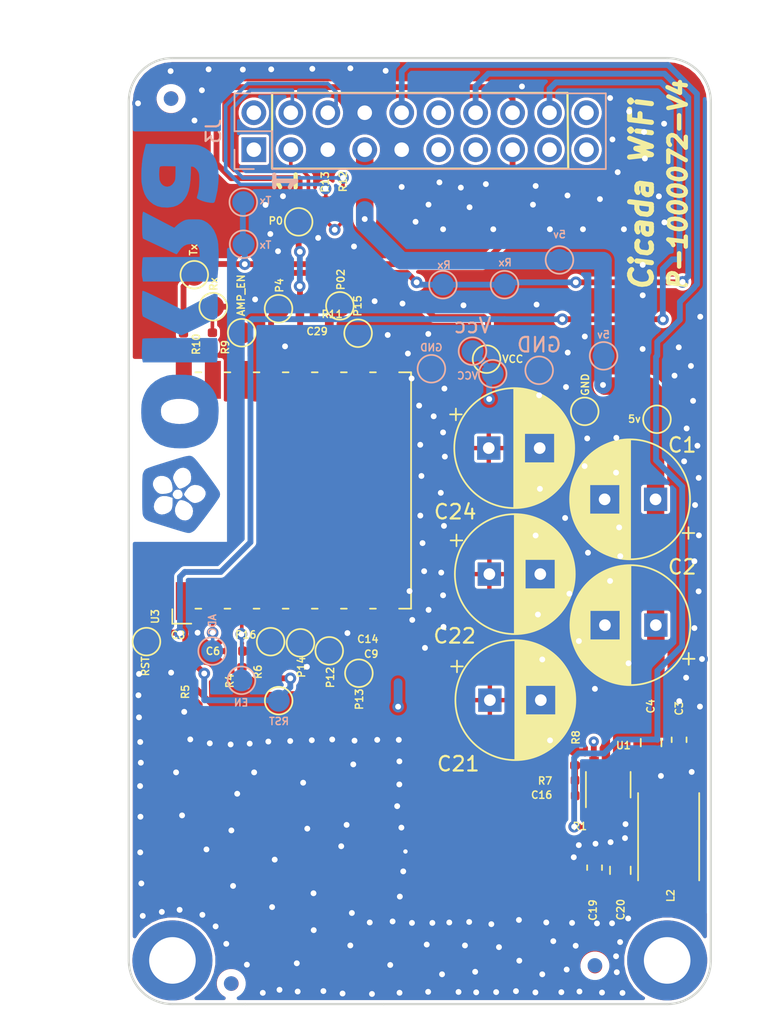
<source format=kicad_pcb>
(kicad_pcb (version 20171130) (host pcbnew "(5.1.10)-1")
  (title_block (title "Cicada 4G") (date 2019-04-02) (rev 0.1) (company "Alexey Zaytsev / Okra Solar"))
  (layers (0 F.Cu signal) (31 B.Cu signal) (34 B.Paste user hide) (35 F.Paste user hide) (36 B.SilkS user) (37 F.SilkS user) (38 B.Mask user hide) (39 F.Mask user hide) (44 Edge.Cuts user hide))
  (net 0 "")
  (net 1 GND)
  (net 2 /UART_RX_3v3)
  (net 3 /UART_TX_3v3)
  (net 4 /VER_1)
  (net 5 /VER_2)
  (net 6 "Net-(H1-Pad1)")
  (net 7 "Net-(H2-Pad1)")
  (net 8 "Net-(C6-Pad2)")
  (net 9 /POWER_EN)
  (net 10 "Net-(R10-Pad2)")
  (net 11 "Net-(TP15-Pad1)")
  (net 12 /MODE_SELECT)
  (net 13 /5V0)
  (net 14 /RST)
  (net 15 /3V3)
  (net 16 "Net-(C16-Pad2)")
  (net 17 "Net-(J3-Pad15)")
  (net 18 "Net-(J3-Pad11)")
  (net 19 "Net-(J3-Pad10)")
  (net 20 "Net-(J3-Pad9)")
  (net 21 "/Vref(3V3)")
  (net 22 "Net-(L2-Pad1)")
  (net 23 "Net-(R6-Pad1)")
  (net 24 "Net-(R9-Pad2)")
  (net 25 "Net-(TP16-Pad1)")
  (net 26 "Net-(TP12-Pad1)")
  (net 27 "Net-(TP14-Pad1)")
  (net 28 "Net-(TP24-Pad1)")
  (net 29 "Net-(TP28-Pad1)")
  (net 30 "Net-(TP27-Pad1)")
  (module cicada-footprints:okra_logo_copper_2 (layer B.Cu) (at 114.552 79.281 90)
    (fp_text reference LOGO1 hide)
    (fp_text value SYM_Hot_Small hide)
    (fp_poly (pts (xy -10.52874 2.687333) (xy -10.459853 2.650557) (xy -10.338009 2.571991) (xy -10.172774 2.458743) (xy -9.973716 2.317923) (xy -9.7504 2.156639) (xy -9.512394 1.982001) (xy -9.269265 1.801116) (xy -9.03058 1.621094) (xy -8.805905 1.449042) (xy -8.604808 1.292071) (xy -8.436855 1.157289) (xy -8.311613 1.051803) (xy -8.247811 0.992477) (xy -8.170571 0.910228) (xy -8.111836 0.834511) (xy -8.072234 0.755918) (xy -8.052394 0.66504) (xy -8.052944 0.552469) (xy -8.074513 0.408796) (xy -8.11773 0.224612) (xy -8.183223 -0.009489) (xy -8.271621 -0.302919) (xy -8.351688 -0.562289) (xy -8.482197 -0.983782) (xy -8.591602 -1.336196) (xy -8.682689 -1.626146) (xy -8.758244 -1.860248) (xy -8.821051 -2.045116) (xy -8.873897 -2.187367) (xy -8.919567 -2.293617) (xy -8.960847 -2.370479) (xy -9.000521 -2.42457) (xy -9.041377 -2.462505) (xy -9.0862 -2.490901) (xy -9.137774 -2.516371) (xy -9.183631 -2.538051) (xy -9.232667 -2.560022) (xy -9.285292 -2.577642) (xy -9.350409 -2.59139) (xy -9.436919 -2.601742) (xy -9.553723 -2.609178) (xy -9.709724 -2.614173) (xy -9.913821 -2.617207) (xy -10.174918 -2.618757) (xy -10.501916 -2.6193) (xy -10.69839 -2.619343) (xy -11.062294 -2.619132) (xy -11.355721 -2.618194) (xy -11.587566 -2.616039) (xy -11.766728 -2.612181) (xy -11.902103 -2.606131) (xy -12.002588 -2.597402) (xy -12.07708 -2.585506) (xy -12.134476 -2.569955) (xy -12.183672 -2.550261) (xy -12.212858 -2.536301) (xy -12.341922 -2.453503) (xy -12.444075 -2.339225) (xy -12.529954 -2.177732) (xy -12.610198 -1.953292) (xy -12.612855 -1.944687) (xy -12.645406 -1.839154) (xy -12.697568 -1.670374) (xy -12.765451 -1.450913) (xy -12.813087 -1.296997) (xy -12.088618 -1.296997) (xy -12.043027 -1.495944) (xy -11.924756 -1.668549) (xy -11.910085 -1.683044) (xy -11.739557 -1.799473) (xy -11.549075 -1.840067) (xy -11.336822 -1.804983) (xy -11.191875 -1.74448) (xy -10.994324 -1.607285) (xy -10.864501 -1.429724) (xy -10.80398 -1.217053) (xy -10.674439 -1.217053) (xy -10.667608 -1.370503) (xy -10.661297 -1.402306) (xy -10.58718 -1.554932) (xy -10.455861 -1.697468) (xy -10.289268 -1.813583) (xy -10.109328 -1.886951) (xy -9.987405 -1.904128) (xy -9.873344 -1.887246) (xy -9.748173 -1.845001) (xy -9.738576 -1.840575) (xy -9.576835 -1.723788) (xy -9.469957 -1.561649) (xy -9.420235 -1.368279) (xy -9.429962 -1.157798) (xy -9.501431 -0.944324) (xy -9.573326 -0.822916) (xy -9.705145 -0.693419) (xy -9.894796 -0.603305) (xy -10.093793 -0.556711) (xy -10.282181 -0.535751) (xy -10.413306 -0.548823) (xy -10.503877 -0.601175) (xy -10.570602 -0.698056) (xy -10.575463 -0.707997) (xy -10.624148 -0.851672) (xy -10.658546 -1.032733) (xy -10.674439 -1.217053) (xy -10.80398 -1.217053) (xy -10.803086 -1.213915) (xy -10.81076 -0.961974) (xy -10.867635 -0.734218) (xy -10.933907 -0.535781) (xy -11.27125 -0.537809) (xy -11.505597 -0.549653) (xy -11.679327 -0.586874) (xy -11.809138 -0.656881) (xy -11.911728 -0.767083) (xy -11.960347 -0.84358) (xy -12.061175 -1.077583) (xy -12.088618 -1.296997) (xy -12.813087 -1.296997) (xy -12.845168 -1.193341) (xy -12.932829 -0.910226) (xy -13.024546 -0.614136) (xy -13.034271 -0.582747) (xy -13.133338 -0.261768) (xy -13.210626 -0.007123) (xy -13.268347 0.190518) (xy -13.307741 0.336894) (xy -12.498034 0.336894) (xy -12.472333 0.13578) (xy -12.401799 -0.024354) (xy -12.250315 -0.212351) (xy -12.061149 -0.334492) (xy -11.845982 -0.387078) (xy -11.616496 -0.366409) (xy -11.476727 -0.317278) (xy -11.282226 -0.220884) (xy -11.243897 -0.193757) (xy -11.033125 -0.193757) (xy -11.020387 -0.311303) (xy -10.96886 -0.395941) (xy -10.904141 -0.453089) (xy -10.786875 -0.530521) (xy -10.688569 -0.548124) (xy -10.5797 -0.5068) (xy -10.513135 -0.465032) (xy -10.421043 -0.388437) (xy -10.378451 -0.299722) (xy -10.366088 -0.207274) (xy -10.367734 -0.085749) (xy -10.39328 -0.026947) (xy -10.310763 -0.026947) (xy -10.306107 -0.094497) (xy -10.259213 -0.15446) (xy -10.196814 -0.209452) (xy -10.060033 -0.309093) (xy -9.898959 -0.400716) (xy -9.738932 -0.472086) (xy -9.605294 -0.510965) (xy -9.564688 -0.514678) (xy -9.465907 -0.497693) (xy -9.341871 -0.455976) (xy -9.306719 -0.440695) (xy -9.105323 -0.314375) (xy -8.962129 -0.156336) (xy -8.879269 0.021204) (xy -8.858877 0.206028) (xy -8.903086 0.385918) (xy -9.01403 0.548655) (xy -9.118643 0.636526) (xy -9.270208 0.704557) (xy -9.456861 0.737732) (xy -9.649922 0.735524) (xy -9.820712 0.697407) (xy -9.909043 0.651043) (xy -10.055306 0.507035) (xy -10.184424 0.315807) (xy -10.275293 0.109414) (xy -10.283363 0.082548) (xy -10.310763 -0.026947) (xy -10.39328 -0.026947) (xy -10.404405 -0.001341) (xy -10.46118 0.059321) (xy -10.599541 0.143125) (xy -10.742747 0.158353) (xy -10.873508 0.112659) (xy -10.974532 0.013693) (xy -11.028528 -0.130894) (xy -11.033125 -0.193757) (xy -11.243897 -0.193757) (xy -11.156609 -0.131982) (xy -11.092525 -0.035959) (xy -11.082623 0.081797) (xy -11.11955 0.235897) (xy -11.152092 0.327977) (xy -11.273374 0.560255) (xy -11.435472 0.73078) (xy -11.629642 0.835552) (xy -11.847141 0.870571) (xy -12.079224 0.831836) (xy -12.173321 0.795186) (xy -12.345055 0.679057) (xy -12.45445 0.52214) (xy -12.498034 0.336894) (xy -13.307741 0.336894) (xy -13.308708 0.340484) (xy -13.333921 0.452106) (xy -13.346193 0.534712) (xy -13.347734 0.597633) (xy -13.340755 0.650198) (xy -13.33343 0.68052) (xy -13.277199 0.812578) (xy -13.19028 0.944336) (xy -13.16394 0.974732) (xy -13.16057 0.977885) (xy -11.298419 0.977885) (xy -11.280356 0.888843) (xy -11.25263 0.811274) (xy -11.196738 0.710091) (xy -11.105217 0.589016) (xy -10.994117 0.464678) (xy -10.87949 0.353703) (xy -10.777387 0.272722) (xy -10.703859 0.238363) (xy -10.699388 0.238125) (xy -10.641103 0.258783) (xy -10.542646 0.312083) (xy -10.459731 0.364061) (xy -10.245289 0.538029) (xy -10.107718 0.725913) (xy -10.045327 0.930304) (xy -10.040938 1.005456) (xy -10.073323 1.242335) (xy -10.164458 1.449101) (xy -10.305314 1.611924) (xy -10.486862 1.716976) (xy -10.510717 1.724969) (xy -10.68166 1.739143) (xy -10.855524 1.6863) (xy -11.017551 1.576807) (xy -11.152982 1.42103) (xy -11.247061 1.229332) (xy -11.255653 1.201735) (xy -11.290092 1.070223) (xy -11.298419 0.977885) (xy -13.16057 0.977885) (xy -13.082474 1.050952) (xy -12.950348 1.162002) (xy -12.776939 1.300944) (xy -12.571624 1.460843) (xy -12.343778 1.634762) (xy -12.102781 1.815767) (xy -11.858007 1.99692) (xy -11.618834 2.171285) (xy -11.394639 2.331927) (xy -11.194799 2.47191) (xy -11.02869 2.584297) (xy -10.90569 2.662152) (xy -10.835175 2.698539) (xy -10.832414 2.699363) (xy -10.677868 2.719194) (xy -10.52874 2.687333)) (layer B.Cu) (width 0.01))
    (fp_poly (pts (xy 6.138576 2.612983) (xy 6.432279 2.596482) (xy 6.669135 2.569999) (xy 6.738626 2.557729) (xy 7.124186 2.449488) (xy 7.461319 2.291945) (xy 7.743727 2.089402) (xy 7.965113 1.846158) (xy 8.089495 1.634987) (xy 8.13446 1.532612) (xy 8.164589 1.439857) (xy 8.18281 1.336776) (xy 8.192048 1.203425) (xy 8.195231 1.019858) (xy 8.195468 0.912813) (xy 8.194098 0.699457) (xy 8.188029 0.545494) (xy 8.174325 0.430961) (xy 8.15005 0.335896) (xy 8.112266 0.240336) (xy 8.089104 0.189784) (xy 8.000066 0.032242) (xy 7.88295 -0.134088) (xy 7.799713 -0.232822) (xy 7.616686 -0.428492) (xy 8.172836 -1.494167) (xy 8.728985 -2.559843) (xy 8.620977 -2.592909) (xy 8.537168 -2.606055) (xy 8.391046 -2.616626) (xy 8.199634 -2.624468) (xy 7.979955 -2.629425) (xy 7.749036 -2.631344) (xy 7.523898 -2.63007) (xy 7.321567 -2.625447) (xy 7.159066 -2.617322) (xy 7.062056 -2.607073) (xy 6.881144 -2.577104) (xy 6.347681 -1.441142) (xy 6.216689 -1.162087) (xy 6.09664 -0.90612) (xy 5.991671 -0.682077) (xy 5.905919 -0.498797) (xy 5.84352 -0.365117) (xy 5.808612 -0.289877) (xy 5.802708 -0.276809) (xy 5.826926 -0.241965) (xy 5.901482 -0.18114) (xy 5.982238 -0.125847) (xy 6.213825 0.04774) (xy 6.373552 0.230116) (xy 6.468862 0.433473) (xy 6.507196 0.670004) (xy 6.50875 0.736743) (xy 6.482901 0.961853) (xy 6.403413 1.130658) (xy 6.267374 1.24587) (xy 6.071872 1.310202) (xy 5.875274 1.326814) (xy 5.615781 1.329532) (xy 5.605488 -0.620546) (xy 5.595194 -2.570624) (xy 5.506269 -2.596589) (xy 5.433898 -2.607398) (xy 5.302075 -2.61811) (xy 5.129453 -2.628062) (xy 4.934686 -2.636588) (xy 4.736426 -2.643024) (xy 4.553328 -2.646705) (xy 4.404044 -2.646967) (xy 4.307228 -2.643146) (xy 4.28625 -2.64005) (xy 4.208788 -2.623637) (xy 4.096276 -2.603417) (xy 4.07789 -2.600375) (xy 3.929062 -2.57609) (xy 3.929062 2.493336) (xy 4.07789 2.516311) (xy 4.376931 2.554473) (xy 4.715051 2.584148) (xy 5.076264 2.605085) (xy 5.444581 2.617035) (xy 5.804014 2.619751) (xy 6.138576 2.612983)) (layer B.Cu) (width 0.01))
    (fp_poly (pts (xy 2.484405 2.560257) (xy 2.69964 2.555881) (xy 2.88733 2.548022) (xy 3.032587 2.536679) (xy 3.120524 2.521852) (xy 3.137936 2.513564) (xy 3.142447 2.483156) (xy 3.124801 2.417663) (xy 3.08242 2.311492) (xy 3.012728 2.159049) (xy 2.913149 1.954741) (xy 2.781104 1.692975) (xy 2.614018 1.368156) (xy 2.5803 1.303095) (xy 1.976383 0.138907) (xy 2.654114 -1.218636) (xy 2.844172 -1.601688) (xy 2.998388 -1.917846) (xy 3.118205 -2.170291) (xy 3.205067 -2.362201) (xy 3.260417 -2.496756) (xy 3.285698 -2.577135) (xy 3.283751 -2.605903) (xy 3.226251 -2.617654) (xy 3.104841 -2.627581) (xy 2.934969 -2.635515) (xy 2.732084 -2.641286) (xy 2.511633 -2.644724) (xy 2.289065 -2.64566) (xy 2.079827 -2.643923) (xy 1.899368 -2.639344) (xy 1.763135 -2.631752) (xy 1.696202 -2.62336) (xy 1.596551 -2.59939) (xy 1.536978 -2.579303) (xy 1.53193 -2.575941) (xy 1.506605 -2.532541) (xy 1.451751 -2.428065) (xy 1.372182 -2.272278) (xy 1.272711 -2.074944) (xy 1.158153 -1.845827) (xy 1.03332 -1.594691) (xy 0.903026 -1.331301) (xy 0.772087 -1.065421) (xy 0.645314 -0.806815) (xy 0.527522 -0.565247) (xy 0.423525 -0.350482) (xy 0.338136 -0.172284) (xy 0.27617 -0.040416) (xy 0.242439 0.035356) (xy 0.237656 0.049369) (xy 0.254609 0.10661) (xy 0.302545 0.223351) (xy 0.3764 0.389286) (xy 0.471112 0.594106) (xy 0.581615 0.827506) (xy 0.702848 1.079179) (xy 0.829746 1.338818) (xy 0.957245 1.596115) (xy 1.080283 1.840765) (xy 1.193796 2.06246) (xy 1.292719 2.250894) (xy 1.37199 2.39576) (xy 1.426545 2.48675) (xy 1.44821 2.513446) (xy 1.516091 2.529941) (xy 1.645748 2.542961) (xy 1.822296 2.552504) (xy 2.030846 2.558568) (xy 2.256511 2.561153) (xy 2.484405 2.560257)) (layer B.Cu) (width 0.01))
    (fp_poly (pts (xy -0.580263 2.558044) (xy -0.377353 2.553723) (xy -0.209657 2.545947) (xy -0.095595 2.5347) (xy -0.069454 2.529322) (xy 0.039687 2.498801) (xy 0.039687 -0.038101) (xy 0.03932 -0.581362) (xy 0.038167 -1.049528) (xy 0.036149 -1.446876) (xy 0.033187 -1.777685) (xy 0.029203 -2.04623) (xy 0.024118 -2.256789) (xy 0.017853 -2.41364) (xy 0.01033 -2.52106) (xy 0.00147 -2.583325) (xy -0.007525 -2.604181) (xy -0.061918 -2.614712) (xy -0.179037 -2.624443) (xy -0.342235 -2.632988) (xy -0.534865 -2.639965) (xy -0.74028 -2.64499) (xy -0.941831 -2.647678) (xy -1.122872 -2.647646) (xy -1.266755 -2.64451) (xy -1.356833 -2.637885) (xy -1.369219 -2.635585) (xy -1.476073 -2.610808) (xy -1.537891 -2.597229) (xy -1.627188 -2.578175) (xy -1.627188 2.496716) (xy -1.47836 2.52828) (xy -1.375666 2.541036) (xy -1.21609 2.550405) (xy -1.018051 2.556371) (xy -0.799969 2.558922) (xy -0.580263 2.558044)) (layer B.Cu) (width 0.01))
    (fp_poly (pts (xy 11.599947 2.594834) (xy 12.008845 2.519945) (xy 12.3609 2.392817) (xy 12.659128 2.211554) (xy 12.906542 1.974265) (xy 13.106156 1.679054) (xy 13.260986 1.324028) (xy 13.27908 1.27) (xy 13.296552 1.208719) (xy 13.311138 1.137143) (xy 13.323189 1.047431) (xy 13.333054 0.931739) (xy 13.341084 0.782226) (xy 13.347629 0.591048) (xy 13.353039 0.350364) (xy 13.357665 0.05233) (xy 13.361856 -0.310894) (xy 13.365168 -0.657606) (xy 13.380542 -2.366931) (xy 13.215816 -2.416284) (xy 13.110158 -2.444454) (xy 12.949855 -2.483029) (xy 12.758045 -2.526588) (xy 12.587811 -2.563422) (xy 12.326862 -2.608327) (xy 12.023797 -2.644043) (xy 11.699582 -2.669548) (xy 11.375182 -2.683819) (xy 11.071564 -2.685836) (xy 10.809692 -2.674577) (xy 10.657638 -2.657498) (xy 10.264959 -2.574857) (xy 9.937098 -2.459396) (xy 9.664856 -2.306958) (xy 9.439033 -2.113387) (xy 9.428508 -2.102247) (xy 9.234563 -1.853395) (xy 9.103253 -1.58306) (xy 9.030549 -1.278795) (xy 9.01242 -0.928151) (xy 9.014074 -0.883542) (xy 10.439838 -0.883542) (xy 10.459841 -1.054591) (xy 10.541363 -1.212533) (xy 10.682931 -1.343613) (xy 10.870944 -1.430507) (xy 10.977399 -1.449817) (xy 11.128765 -1.461369) (xy 11.30353 -1.465441) (xy 11.480185 -1.462312) (xy 11.637219 -1.452262) (xy 11.753123 -1.435569) (xy 11.800702 -1.418441) (xy 11.828909 -1.388742) (xy 11.847513 -1.339447) (xy 11.857903 -1.256836) (xy 11.861467 -1.12719) (xy 11.85959 -0.93679) (xy 11.857897 -0.852894) (xy 11.846718 -0.337343) (xy 11.390312 -0.33838) (xy 11.182671 -0.340807) (xy 11.034686 -0.348882) (xy 10.926686 -0.365458) (xy 10.838999 -0.393389) (xy 10.763677 -0.429278) (xy 10.590283 -0.557133) (xy 10.482828 -0.713139) (xy 10.439838 -0.883542) (xy 9.014074 -0.883542) (xy 9.016122 -0.82836) (xy 9.063509 -0.491254) (xy 9.169535 -0.202988) (xy 9.337628 0.044623) (xy 9.416574 0.1279) (xy 9.633994 0.308976) (xy 9.878935 0.451899) (xy 10.161596 0.559922) (xy 10.492176 0.6363) (xy 10.880872 0.684284) (xy 11.22164 0.703773) (xy 11.826875 0.725001) (xy 11.826875 0.823576) (xy 11.79299 0.9287) (xy 11.703909 1.044732) (xy 11.578493 1.154014) (xy 11.435603 1.238887) (xy 11.349186 1.270788) (xy 11.18776 1.295804) (xy 10.951979 1.303871) (xy 10.695781 1.297318) (xy 10.423087 1.279921) (xy 10.197315 1.251892) (xy 9.986177 1.207763) (xy 9.757389 1.142067) (xy 9.732633 1.134209) (xy 9.681676 1.126355) (xy 9.639431 1.149983) (xy 9.593139 1.218769) (xy 9.530043 1.34639) (xy 9.525362 1.356393) (xy 9.455195 1.53763) (xy 9.395918 1.744751) (xy 9.368124 1.885157) (xy 9.34082 2.076261) (xy 9.329884 2.204465) (xy 9.343364 2.285806) (xy 9.389307 2.336321) (xy 9.475763 2.372048) (xy 9.610778 2.409024) (xy 9.63414 2.415247) (xy 10.206511 2.541731) (xy 10.761517 2.607423) (xy 11.131193 2.619376) (xy 11.599947 2.594834)) (layer B.Cu) (width 0.01))
    (fp_poly (pts (xy -4.699604 2.61142) (xy -4.455574 2.593255) (xy -4.270393 2.562956) (xy -3.870408 2.43188) (xy -3.510295 2.238384) (xy -3.197509 1.988209) (xy -2.939506 1.687099) (xy -2.777465 1.413207) (xy -2.671103 1.183479) (xy -2.592911 0.978046) (xy -2.538869 0.77692) (xy -2.504959 0.560112) (xy -2.487164 0.307632) (xy -2.481465 -0.000509) (xy -2.48141 -0.059531) (xy -2.484157 -0.338767) (xy -2.492735 -0.555481) (xy -2.508501 -0.726399) (xy -2.532809 -0.868249) (xy -2.553752 -0.9525) (xy -2.704345 -1.364732) (xy -2.911518 -1.72885) (xy -3.171025 -2.039436) (xy -3.478617 -2.291074) (xy -3.706481 -2.422515) (xy -3.894195 -2.505395) (xy -4.097844 -2.580271) (xy -4.278429 -2.633049) (xy -4.306094 -2.639244) (xy -4.530814 -2.671778) (xy -4.803561 -2.68939) (xy -5.095874 -2.692122) (xy -5.379288 -2.68002) (xy -5.625343 -2.653124) (xy -5.712142 -2.637115) (xy -6.114745 -2.51107) (xy -6.476927 -2.318784) (xy -6.793741 -2.065026) (xy -7.060237 -1.754562) (xy -7.271466 -1.39216) (xy -7.419888 -0.991905) (xy -7.475902 -0.728264) (xy -7.513941 -0.417483) (xy -7.532234 -0.090127) (xy -7.531988 -0.066178) (xy -5.866694 -0.066178) (xy -5.856939 -0.266648) (xy -5.806404 -0.610851) (xy -5.722035 -0.885287) (xy -5.601343 -1.093111) (xy -5.441842 -1.237478) (xy -5.241043 -1.321546) (xy -5.004112 -1.348463) (xy -4.829585 -1.340014) (xy -4.696548 -1.307667) (xy -4.585396 -1.253127) (xy -4.420107 -1.111635) (xy -4.288844 -0.90482) (xy -4.194569 -0.640407) (xy -4.140245 -0.326117) (xy -4.1275 -0.059531) (xy -4.149788 0.288899) (xy -4.214586 0.595052) (xy -4.318797 0.850518) (xy -4.459324 1.046888) (xy -4.569017 1.139084) (xy -4.675983 1.200497) (xy -4.781604 1.233298) (xy -4.91853 1.245621) (xy -5.000625 1.246655) (xy -5.163442 1.240889) (xy -5.27974 1.218285) (xy -5.381878 1.170882) (xy -5.428901 1.141289) (xy -5.577626 0.999116) (xy -5.699788 0.794059) (xy -5.791367 0.539342) (xy -5.848342 0.248189) (xy -5.866694 -0.066178) (xy -7.531988 -0.066178) (xy -7.529007 0.223241) (xy -7.505001 0.47625) (xy -7.403845 0.943388) (xy -7.25197 1.350617) (xy -7.046987 1.700993) (xy -6.786503 1.997574) (xy -6.46813 2.243418) (xy -6.089474 2.441581) (xy -5.91433 2.510448) (xy -5.74333 2.55394) (xy -5.51499 2.586466) (xy -5.250678 2.607343) (xy -4.971761 2.615889) (xy -4.699604 2.61142)) (layer B.Cu) (width 0.01))
  )
  (module okra-footprints:TestPoint_Pad_D1.5mm (layer B.Cu) (at 139.2042 81.45412)
    (fp_text reference TP10 hide)
    (fp_text value GND (at 0 -1.75) (layer B.SilkS) (effects (justify mirror)))
    (pad 1 smd circle (at 0 0) (size 1.5 1.5) (layers B.Cu B.Mask) (net 1 GND))
  )
  (module edemame-custom-footprints:ESP-07S (layer F.Cu) (at 119.68 89.71 90)
    (fp_text reference U3 (at -8.66052 -6.86132 90) (layer F.SilkS) (effects (font (size 0.5 0.5) (thickness 0.1))))
    (fp_text value ESP-07S)
    (pad 15 smd rect (at 7.6 -2.9 90) (size 2.6 1.1) (layers F.Cu F.Paste F.Mask) (net 24 "Net-(R9-Pad2)"))
    (pad 14 smd rect (at 7.6 -0.9 90) (size 2.6 1.1) (layers F.Cu F.Paste F.Mask) (net 30 "Net-(TP27-Pad1)"))
    (pad 11 smd rect (at 7.6 5.1 90) (size 2.6 1.1) (layers F.Cu F.Paste F.Mask) (net 28 "Net-(TP24-Pad1)"))
    (pad 7 smd rect (at -7.6 7.1 90) (size 2.6 1.1) (layers F.Cu F.Paste F.Mask) (net 25 "Net-(TP16-Pad1)"))
    (pad 10 smd rect (at 7.6 7.1 90) (size 2.6 1.1) (layers F.Cu F.Paste F.Mask) (net 1 GND))
    (pad 8 smd rect (at -7.6 9.1 90) (size 2.6 1.1) (layers F.Cu F.Paste F.Mask) (net 15 /3V3))
    (pad 3 smd rect (at -7.6 -0.9 90) (size 2.6 1.1) (layers F.Cu F.Paste F.Mask) (net 8 "Net-(C6-Pad2)"))
    (pad 16 smd rect (at 7.6 -4.9 90) (size 2.6 1.1) (layers F.Cu F.Paste F.Mask) (net 10 "Net-(R10-Pad2)"))
    (pad 5 smd rect (at -7.6 3.1 90) (size 2.6 1.1) (layers F.Cu F.Paste F.Mask) (net 27 "Net-(TP14-Pad1)"))
    (pad 13 smd rect (at 7.6 1.1 90) (size 2.6 1.1) (layers F.Cu F.Paste F.Mask) (net 29 "Net-(TP28-Pad1)"))
    (pad 12 smd rect (at 7.6 3.1 90) (size 2.6 1.1) (layers F.Cu F.Paste F.Mask) (net 12 /MODE_SELECT))
    (pad 6 smd rect (at -7.6 5.1 90) (size 2.6 1.1) (layers F.Cu F.Paste F.Mask) (net 11 "Net-(TP15-Pad1)"))
    (pad 4 smd rect (at -7.6 1.1 90) (size 2.6 1.1) (layers F.Cu F.Paste F.Mask) (net 23 "Net-(R6-Pad1)"))
    (pad 9 smd rect (at 7.6 9.1 90) (size 2.6 1.1) (layers F.Cu F.Paste F.Mask) (net 1 GND))
    (pad 2 smd rect (at -7.6 -2.9 90) (size 2.6 1.1) (layers F.Cu F.Paste F.Mask) (net 26 "Net-(TP12-Pad1)"))
    (pad 1 smd rect (at -7.6 -4.9 90) (size 2.6 1.1) (layers F.Cu F.Paste F.Mask) (net 14 /RST))
  )
  (module cicada-footprints:PinSocket_2x08_P2.54mm_Vertical_padded (layer B.Cu) (at 119.5954 66.2954 270)
    (fp_text reference J3 (at -1.27 2.77 90) (layer B.SilkS) (effects (justify mirror)))
    (fp_text value Host)
    (pad "" thru_hole oval (at -2.54 -22.86 270) (size 1.7 1.7) (drill 1) (layers *.Cu *.Mask))
    (pad "" thru_hole oval (at 0 -22.86 270) (size 1.7 1.7) (drill 1) (layers *.Cu *.Mask))
    (pad 16 thru_hole oval (at -2.54 -20.32 270) (size 1.7 1.7) (drill 1) (layers *.Cu *.Mask) (net 14 /RST))
    (pad 15 thru_hole oval (at 0 -20.32 270) (size 1.7 1.7) (drill 1) (layers *.Cu *.Mask) (net 17 "Net-(J3-Pad15)"))
    (pad 14 thru_hole oval (at -2.54 -17.78 270) (size 1.7 1.7) (drill 1) (layers *.Cu *.Mask) (net 12 /MODE_SELECT))
    (pad 13 thru_hole oval (at 0 -17.78 270) (size 1.7 1.7) (drill 1) (layers *.Cu *.Mask) (net 3 /UART_TX_3v3))
    (pad 12 thru_hole oval (at -2.54 -15.24 270) (size 1.7 1.7) (drill 1) (layers *.Cu *.Mask) (net 2 /UART_RX_3v3))
    (pad 11 thru_hole oval (at 0 -15.24 270) (size 1.7 1.7) (drill 1) (layers *.Cu *.Mask) (net 18 "Net-(J3-Pad11)"))
    (pad 10 thru_hole oval (at -2.54 -12.7 270) (size 1.7 1.7) (drill 1) (layers *.Cu *.Mask) (net 19 "Net-(J3-Pad10)"))
    (pad 9 thru_hole oval (at 0 -12.7 270) (size 1.7 1.7) (drill 1) (layers *.Cu *.Mask) (net 20 "Net-(J3-Pad9)"))
    (pad 8 thru_hole oval (at -2.54 -10.16 270) (size 1.7 1.7) (drill 1) (layers *.Cu *.Mask) (net 9 /POWER_EN))
    (pad 7 thru_hole oval (at 0 -10.16 270) (size 1.7 1.7) (drill 1) (layers *.Cu *.Mask) (net 1 GND))
    (pad 6 thru_hole oval (at -2.54 -7.62 270) (size 1.7 1.7) (drill 1) (layers *.Cu *.Mask) (net 1 GND))
    (pad 5 thru_hole oval (at 0 -7.62 270) (size 1.7 1.7) (drill 1) (layers *.Cu *.Mask) (net 13 /5V0))
    (pad 4 thru_hole oval (at -2.54 -5.08 270) (size 1.7 1.7) (drill 1) (layers *.Cu *.Mask) (net 5 /VER_2))
    (pad 3 thru_hole oval (at 0 -5.08 270) (size 1.7 1.7) (drill 1) (layers *.Cu *.Mask) (net 1 GND))
    (pad 2 thru_hole oval (at -2.54 -2.54 270) (size 1.7 1.7) (drill 1) (layers *.Cu *.Mask) (net 4 /VER_1))
    (pad 1 thru_hole oval (at 0 -2.54 270) (size 1.7 1.7) (drill 1) (layers *.Cu *.Mask) (net 21 "/Vref(3V3)"))
    (pad "" thru_hole oval (at -2.54 0 270) (size 1.7 1.7) (drill 1) (layers *.Cu *.Mask))
    (pad "" thru_hole rect (at 0 0 270) (size 1.7 1.7) (drill 1) (layers *.Cu *.Mask))
  )
  (module edemame-custom-footprints:TestPoint_Pad_D1.5mm (layer B.Cu) (at 136.00888 81.6878)
    (fp_text reference TP4 hide)
    (fp_text value VCC (at -1.72212 0.14224 180) (layer B.SilkS) (effects (font (size 0.5 0.5) (thickness 0.1)) (justify mirror)))
    (pad 1 smd circle (at 0 0) (size 1.5 1.5) (layers B.Cu B.Mask) (net 15 /3V3))
  )
  (module Capacitor_THT:CP_Radial_D8.0mm_P3.50mm (layer F.Cu) (at 135.7804 95.45714)
    (fp_text reference C22 (at -2.38772 4.24942) (layer F.SilkS))
    (fp_text value "1000uF 10v")
    (pad 2 thru_hole circle (at 3.5 0) (size 1.6 1.6) (drill 0.8) (layers *.Cu *.Mask) (net 1 GND))
    (pad 1 thru_hole rect (at 0 0) (size 1.6 1.6) (drill 0.8) (layers *.Cu *.Mask) (net 15 /3V3))
  )
  (module edemame-custom-footprints:TestPoint_Pad_D1.5mm (layer B.Cu) (at 134.62204 80.1384)
    (fp_text reference TP5 hide)
    (fp_text value Vcc (at 0 -1.75) (layer B.SilkS) (effects (justify mirror)))
    (pad 1 smd circle (at 0 0) (size 1.5 1.5) (layers B.Cu B.Mask) (net 15 /3V3))
  )
  (module Capacitor_THT:CP_Radial_D8.0mm_P3.50mm (layer F.Cu) (at 135.73976 86.79828)
    (fp_text reference C24 (at -2.30644 4.37896) (layer F.SilkS))
    (fp_text value "1000uF 10v")
    (pad 2 thru_hole circle (at 3.5 0) (size 1.6 1.6) (drill 0.8) (layers *.Cu *.Mask) (net 1 GND))
    (pad 1 thru_hole rect (at 0 0) (size 1.6 1.6) (drill 0.8) (layers *.Cu *.Mask) (net 15 /3V3))
  )
  (module Resistor_SMD:R_0402_1005Metric (layer F.Cu) (at 114.75924 79.3915 270)
    (fp_text reference R10 (at 0.26938 -0.87884 90) (layer F.SilkS) (effects (font (size 0.5 0.5) (thickness 0.1))))
    (fp_text value 22R)
    (pad 2 smd roundrect (at 0.485 0 270) (size 0.59 0.64) (layers F.Cu F.Paste F.Mask) (net 10 "Net-(R10-Pad2)"))
    (pad 1 smd roundrect (at -0.485 0 270) (size 0.59 0.64) (layers F.Cu F.Paste F.Mask) (net 3 /UART_TX_3v3))
  )
  (module Resistor_SMD:R_0402_1005Metric (layer F.Cu) (at 116.74806 79.35622 270)
    (fp_text reference R9 (at 0.51294 -0.88646 90) (layer F.SilkS) (effects (font (size 0.5 0.5) (thickness 0.1))))
    (fp_text value 22R)
    (pad 2 smd roundrect (at 0.485 0 270) (size 0.59 0.64) (layers F.Cu F.Paste F.Mask) (net 24 "Net-(R9-Pad2)"))
    (pad 1 smd roundrect (at -0.485 0 270) (size 0.59 0.64) (layers F.Cu F.Paste F.Mask) (net 2 /UART_RX_3v3))
  )
  (module Resistor_SMD:R_0402_1005Metric (layer F.Cu) (at 120.78158 102.13212 270)
    (fp_text reference R6 (at 0.04332 0.90678 90) (layer F.SilkS) (effects (font (size 0.5 0.5) (thickness 0.1))))
    (fp_text value 0R)
    (pad 2 smd roundrect (at 0.485 0 270) (size 0.59 0.64) (layers F.Cu F.Paste F.Mask) (net 14 /RST))
    (pad 1 smd roundrect (at -0.485 0 270) (size 0.59 0.64) (layers F.Cu F.Paste F.Mask) (net 23 "Net-(R6-Pad1)"))
  )
  (module Resistor_SMD:R_0402_1005Metric (layer F.Cu) (at 123.24552 77.5476 180)
    (fp_text reference R11 (at -1.72734 -0.0508) (layer F.SilkS) (effects (font (size 0.5 0.5) (thickness 0.1))))
    (fp_text value 10K)
    (pad 2 smd roundrect (at 0.485 0 180) (size 0.59 0.64) (layers F.Cu F.Paste F.Mask) (net 12 /MODE_SELECT))
    (pad 1 smd roundrect (at -0.485 0 180) (size 0.59 0.64) (layers F.Cu F.Paste F.Mask) (net 15 /3V3))
  )
  (module Resistor_SMD:R_0402_1005Metric (layer F.Cu) (at 114.87862 102.08922 90)
    (fp_text reference R5 (at -1.45782 0.00762 90) (layer F.SilkS) (effects (font (size 0.5 0.5) (thickness 0.1))))
    (fp_text value 10K)
    (pad 2 smd roundrect (at 0.485 0 90) (size 0.59 0.64) (layers F.Cu F.Paste F.Mask) (net 14 /RST))
    (pad 1 smd roundrect (at -0.485 0 90) (size 0.59 0.64) (layers F.Cu F.Paste F.Mask) (net 15 /3V3))
  )
  (module Resistor_SMD:R_0402_1005Metric (layer F.Cu) (at 118.77498 102.35338 270)
    (fp_text reference R4 (at 0.4469 0.83058 90) (layer F.SilkS) (effects (font (size 0.5 0.5) (thickness 0.1))))
    (fp_text value 10K)
    (pad 2 smd roundrect (at 0.485 0 270) (size 0.59 0.64) (layers F.Cu F.Paste F.Mask) (net 15 /3V3))
    (pad 1 smd roundrect (at -0.485 0 270) (size 0.59 0.64) (layers F.Cu F.Paste F.Mask) (net 8 "Net-(C6-Pad2)"))
  )
  (module Capacitor_SMD:C_0402_1005Metric (layer F.Cu) (at 122.27524 78.71092)
    (fp_text reference C29 (at 1.66638 0.06858) (layer F.SilkS) (effects (font (size 0.5 0.5) (thickness 0.1))))
    (fp_text value "100nF 10v X5R")
    (pad 2 smd roundrect (at 0.485 0) (size 0.59 0.64) (layers F.Cu F.Paste F.Mask) (net 12 /MODE_SELECT))
    (pad 1 smd roundrect (at -0.485 0) (size 0.59 0.64) (layers F.Cu F.Paste F.Mask) (net 1 GND))
  )
  (module Capacitor_SMD:C_0402_1005Metric (layer F.Cu) (at 129.25488 100.96894 180)
    (fp_text reference C9 (at 1.59244 0.02286) (layer F.SilkS) (effects (font (size 0.5 0.5) (thickness 0.1))))
    (fp_text value "10uF 10v X5R")
    (pad 2 smd roundrect (at 0.485 0 180) (size 0.59 0.64) (layers F.Cu F.Paste F.Mask) (net 15 /3V3))
    (pad 1 smd roundrect (at -0.485 0 180) (size 0.59 0.64) (layers F.Cu F.Paste F.Mask) (net 1 GND))
  )
  (module Capacitor_SMD:C_0402_1005Metric (layer F.Cu) (at 129.25488 99.89706 180)
    (fp_text reference C14 (at 1.82612 -0.02794) (layer F.SilkS) (effects (font (size 0.5 0.5) (thickness 0.1))))
    (fp_text value "100nF 10v X5R")
    (pad 2 smd roundrect (at 0.485 0 180) (size 0.59 0.64) (layers F.Cu F.Paste F.Mask) (net 15 /3V3))
    (pad 1 smd roundrect (at -0.485 0 180) (size 0.59 0.64) (layers F.Cu F.Paste F.Mask) (net 1 GND))
  )
  (module Capacitor_SMD:C_0402_1005Metric (layer F.Cu) (at 114.3987 100.50666)
    (fp_text reference C8 (at -0.02046 -0.85598) (layer F.SilkS) (effects (font (size 0.5 0.5) (thickness 0.1))))
    (fp_text value "100nF 10v X5R")
    (pad 2 smd roundrect (at 0.485 0) (size 0.59 0.64) (layers F.Cu F.Paste F.Mask) (net 14 /RST))
    (pad 1 smd roundrect (at -0.485 0) (size 0.59 0.64) (layers F.Cu F.Paste F.Mask) (net 1 GND))
  )
  (module Capacitor_SMD:C_0402_1005Metric (layer F.Cu) (at 118.33062 100.74796)
    (fp_text reference C6 (at -1.54446 0.00508) (layer F.SilkS) (effects (font (size 0.5 0.5) (thickness 0.1))))
    (fp_text value "100nF 10v X5R")
    (pad 2 smd roundrect (at 0.485 0) (size 0.59 0.64) (layers F.Cu F.Paste F.Mask) (net 8 "Net-(C6-Pad2)"))
    (pad 1 smd roundrect (at -0.485 0) (size 0.59 0.64) (layers F.Cu F.Paste F.Mask) (net 1 GND))
  )
  (module edemame-custom-footprints:TestPoint_Pad_D1.5mm (layer B.Cu) (at 118.7445 102.75456)
    (fp_text reference TP8 hide)
    (fp_text value EN (at -0.0254 1.5367) (layer B.SilkS) (effects (font (size 0.5 0.5) (thickness 0.1)) (justify mirror)))
    (pad 1 smd circle (at 0 0) (size 1.5 1.5) (layers B.Cu B.Mask) (net 8 "Net-(C6-Pad2)"))
  )
  (module edemame-custom-footprints:TestPoint_Pad_D1.5mm (layer B.Cu) (at 131.79756 81.34744)
    (fp_text reference TP23 hide)
    (fp_text value GND (at -0.00562 -1.45534) (layer B.SilkS) (effects (font (size 0.5 0.5) (thickness 0.1)) (justify mirror)))
    (pad 1 smd circle (at 0 0) (size 1.5 1.5) (layers B.Cu B.Mask) (net 1 GND))
  )
  (module edemame-custom-footprints:TestPoint_Pad_D1.5mm (layer F.Cu) (at 142.33348 84.27352)
    (fp_text reference TP39 hide)
    (fp_text value GND (at 0.03756 -1.83142 90) (layer F.SilkS) (effects (font (size 0.5 0.5) (thickness 0.1))))
    (pad 1 smd circle (at 0 0) (size 1.5 1.5) (layers F.Cu F.Mask) (net 1 GND))
  )
  (module Capacitor_THT:CP_Radial_D8.0mm_P3.50mm (layer F.Cu) (at 147.20254 90.31872 180)
    (fp_text reference C1 (at -1.82638 3.72872) (layer F.SilkS))
    (fp_text value "1000uF 10v")
    (pad 2 thru_hole circle (at 3.5 0 180) (size 1.6 1.6) (drill 0.8) (layers *.Cu *.Mask) (net 1 GND))
    (pad 1 thru_hole rect (at 0 0 180) (size 1.6 1.6) (drill 0.8) (layers *.Cu *.Mask) (net 13 /5V0))
  )
  (module Capacitor_THT:CP_Radial_D8.0mm_P3.50mm (layer F.Cu) (at 147.22286 98.96234 180)
    (fp_text reference C2 (at -1.81114 3.99542) (layer F.SilkS))
    (fp_text value "1000uF 10v")
    (pad 2 thru_hole circle (at 3.5 0 180) (size 1.6 1.6) (drill 0.8) (layers *.Cu *.Mask) (net 1 GND))
    (pad 1 thru_hole rect (at 0 0 180) (size 1.6 1.6) (drill 0.8) (layers *.Cu *.Mask) (net 13 /5V0))
  )
  (module edemame-custom-footprints:L_4030_Handsoldering (layer F.Cu) (at 148.10182 113.50138 270)
    (fp_text reference L2 (at 4.04614 -0.1397 90) (layer F.SilkS) (effects (font (size 0.5 0.5) (thickness 0.1))))
    (fp_text value "3.3uH 2A")
    (pad 2 smd rect (at 1.9 0 270) (size 2.2 3.9) (layers F.Cu F.Paste F.Mask) (net 15 /3V3))
    (pad 1 smd rect (at -1.9 0 270) (size 2.2 3.9) (layers F.Cu F.Paste F.Mask) (net 22 "Net-(L2-Pad1)"))
  )
  (module edemame-custom-footprints:TestPoint_Pad_D1.5mm (layer B.Cu) (at 116.73028 100.74542)
    (fp_text reference TP12 hide)
    (fp_text value ADC (at 0.01524 -1.81864 -90) (layer B.SilkS) (effects (font (size 0.5 0.5) (thickness 0.1)) (justify mirror)))
    (pad 1 smd circle (at 0 0) (size 1.5 1.5) (layers B.Cu B.Mask) (net 26 "Net-(TP12-Pad1)"))
  )
  (module edemame-custom-footprints:TestPoint_Pad_D1.5mm (layer B.Cu) (at 136.82 75.57)
    (fp_text reference TP34 hide)
    (fp_text value Rx (at 0.04486 -1.51744) (layer B.SilkS) (effects (font (size 0.5 0.5) (thickness 0.1)) (justify mirror)))
    (pad 1 smd circle (at 0 0) (size 1.5 1.5) (layers B.Cu B.Mask) (net 2 /UART_RX_3v3))
  )
  (module edemame-custom-footprints:TestPoint_Pad_D1.5mm (layer B.Cu) (at 132.59 75.57)
    (fp_text reference TP30 hide)
    (fp_text value Rx (at 0.07624 -1.35742) (layer B.SilkS) (effects (font (size 0.5 0.5) (thickness 0.1)) (justify mirror)))
    (pad 1 smd circle (at 0 0) (size 1.5 1.5) (layers B.Cu B.Mask) (net 2 /UART_RX_3v3))
  )
  (module edemame-custom-footprints:TestPoint_Pad_D1.5mm (layer F.Cu) (at 118.76228 78.87348)
    (fp_text reference TP27 hide)
    (fp_text value AMP_EN (at -0.04572 -2.57302 90) (layer F.SilkS) (effects (font (size 0.5 0.5) (thickness 0.1))))
    (pad 1 smd circle (at 0 0) (size 1.5 1.5) (layers F.Cu F.Mask) (net 30 "Net-(TP27-Pad1)"))
  )
  (module edemame-custom-footprints:TestPoint_Pad_D1.5mm (layer F.Cu) (at 116.80394 77.08278)
    (fp_text reference TP26 hide)
    (fp_text value Rx (at 0.02286 -1.5494 90) (layer F.SilkS) (effects (font (size 0.5 0.5) (thickness 0.1))))
    (pad 1 smd circle (at 0 0) (size 1.5 1.5) (layers F.Cu F.Mask) (net 2 /UART_RX_3v3))
  )
  (module edemame-custom-footprints:TestPoint_Pad_D1.5mm (layer B.Cu) (at 118.87 69.9)
    (fp_text reference TP35 hide)
    (fp_text value Tx (at 1.52296 -0.1121) (layer B.SilkS) (effects (font (size 0.5 0.5) (thickness 0.1)) (justify mirror)))
    (pad 1 smd circle (at 0 0) (size 1.5 1.5) (layers B.Cu B.Mask) (net 3 /UART_TX_3v3))
  )
  (module edemame-custom-footprints:TestPoint_Pad_D1.5mm (layer F.Cu) (at 126.76074 78.9065)
    (fp_text reference TP25 hide)
    (fp_text value P15 (at -0.02794 -1.8796 90) (layer F.SilkS) (effects (font (size 0.5 0.5) (thickness 0.1))))
    (pad 1 smd circle (at 0 0) (size 1.5 1.5) (layers F.Cu F.Mask) (net 1 GND))
  )
  (module edemame-custom-footprints:TestPoint_Pad_D1.5mm (layer F.Cu) (at 125.50852 77.02436)
    (fp_text reference TP24 hide)
    (fp_text value P02 (at 0.0635 -1.80848 90) (layer F.SilkS) (effects (font (size 0.5 0.5) (thickness 0.1))))
    (pad 1 smd circle (at 0 0) (size 1.5 1.5) (layers F.Cu F.Mask) (net 28 "Net-(TP24-Pad1)"))
  )
  (module edemame-custom-footprints:TestPoint_Pad_D1.5mm (layer B.Cu) (at 118.89 72.79)
    (fp_text reference TP32 hide)
    (fp_text value Tx (at 1.50296 0.05098) (layer B.SilkS) (effects (font (size 0.5 0.5) (thickness 0.1)) (justify mirror)))
    (pad 1 smd circle (at 0 0) (size 1.5 1.5) (layers B.Cu B.Mask) (net 3 /UART_TX_3v3))
  )
  (module edemame-custom-footprints:TestPoint_Pad_D1.5mm (layer F.Cu) (at 122.67388 71.25348 90)
    (fp_text reference TP33 hide)
    (fp_text value P0 (at 0.06944 -1.57226) (layer F.SilkS) (effects (font (size 0.5 0.5) (thickness 0.1))))
    (pad 1 smd circle (at 0 0 90) (size 1.5 1.5) (layers F.Cu F.Mask) (net 12 /MODE_SELECT))
  )
  (module edemame-custom-footprints:TestPoint_Pad_D1.5mm (layer F.Cu) (at 121.29212 77.22248)
    (fp_text reference TP28 hide)
    (fp_text value P4 (at 0.06604 -1.6002 90) (layer F.SilkS) (effects (font (size 0.5 0.5) (thickness 0.1))))
    (pad 1 smd circle (at 0 0) (size 1.5 1.5) (layers F.Cu F.Mask) (net 29 "Net-(TP28-Pad1)"))
  )
  (module edemame-custom-footprints:TestPoint_Pad_D1.5mm (layer F.Cu) (at 115.50092 74.88822)
    (fp_text reference TP29 hide)
    (fp_text value Tx (at -0.05178 -1.71348 90) (layer F.SilkS) (effects (font (size 0.5 0.5) (thickness 0.1))))
    (pad 1 smd circle (at 0 0) (size 1.5 1.5) (layers F.Cu F.Mask) (net 3 /UART_TX_3v3))
  )
  (module edemame-custom-footprints:TestPoint_Pad_D1.5mm (layer F.Cu) (at 126.81408 102.26688)
    (fp_text reference TP16 hide)
    (fp_text value P13 (at 0.03048 1.78816 90) (layer F.SilkS) (effects (font (size 0.5 0.5) (thickness 0.1))))
    (pad 1 smd circle (at 0 0) (size 1.5 1.5) (layers F.Cu F.Mask) (net 25 "Net-(TP16-Pad1)"))
  )
  (module edemame-custom-footprints:TestPoint_Pad_D1.5mm (layer F.Cu) (at 121.30228 104.15156)
    (fp_text reference TP6 hide)
    (fp_text value RST (at 0.0247 1.42116) (layer B.SilkS) (effects (font (size 0.5 0.5) (thickness 0.1)) (justify mirror)))
    (pad 1 smd circle (at 0 0) (size 1.5 1.5) (layers B.Cu F.Mask) (net 14 /RST))
  )
  (module edemame-custom-footprints:TestPoint_Pad_D1.5mm (layer F.Cu) (at 124.777 100.72764)
    (fp_text reference TP15 hide)
    (fp_text value P12 (at 0.0762 1.8288 90) (layer F.SilkS) (effects (font (size 0.5 0.5) (thickness 0.1))))
    (pad 1 smd circle (at 0 0) (size 1.5 1.5) (layers F.Cu F.Mask) (net 11 "Net-(TP15-Pad1)"))
  )
  (module edemame-custom-footprints:TestPoint_Pad_D1.5mm (layer F.Cu) (at 122.80088 100.179)
    (fp_text reference TP14 hide)
    (fp_text value P14 (at 0.0635 1.67132 270) (layer F.SilkS) (effects (font (size 0.5 0.5) (thickness 0.1))))
    (pad 1 smd circle (at 0 0) (size 1.5 1.5) (layers F.Cu F.Mask) (net 27 "Net-(TP14-Pad1)"))
  )
  (module edemame-custom-footprints:TestPoint_Pad_D1.5mm (layer F.Cu) (at 120.74856 100.10026)
    (fp_text reference TP13 hide)
    (fp_text value P16 (at -1.70688 -0.47498 180) (layer F.SilkS) (effects (font (size 0.5 0.5) (thickness 0.1))))
    (pad 1 smd circle (at 0 0) (size 1.5 1.5) (layers F.Cu F.Mask) (net 23 "Net-(R6-Pad1)"))
  )
  (module edemame-custom-footprints:TestPoint_Pad_D1.5mm (layer F.Cu) (at 112.2167 100.09518 180)
    (fp_text reference TP9 hide)
    (fp_text value RST (at 0.07366 -1.69672 90) (layer F.SilkS) (effects (font (size 0.5 0.5) (thickness 0.1))))
    (pad 1 smd circle (at 0 0 180) (size 1.5 1.5) (layers F.Cu F.Mask) (net 14 /RST))
  )
  (module edemame-custom-footprints:TestPoint_Pad_D1.5mm (layer F.Cu) (at 135.58724 80.68704 90)
    (fp_text reference TP7 hide)
    (fp_text value VCC (at 0.00384 1.79864) (layer F.SilkS) (effects (font (size 0.5 0.5) (thickness 0.1))))
    (pad 1 smd circle (at 0 0 90) (size 1.5 1.5) (layers F.Cu F.Mask) (net 15 /3V3))
  )
  (module edemame-custom-footprints:TestPoint_Pad_D1.5mm (layer F.Cu) (at 147.29918 84.81708)
    (fp_text reference TP3 hide)
    (fp_text value 5v (at -1.5499 -0.0176) (layer F.SilkS) (effects (font (size 0.5 0.5) (thickness 0.1))))
    (pad 1 smd circle (at 0 0) (size 1.5 1.5) (layers F.Cu F.Mask) (net 13 /5V0))
  )
  (module edemame-custom-footprints:TestPoint_Pad_D1.5mm (layer B.Cu) (at 143.63 80.46)
    (fp_text reference TP2 hide)
    (fp_text value 5v (at -0.00874 -1.45444) (layer B.SilkS) (effects (font (size 0.5 0.5) (thickness 0.1)) (justify mirror)))
    (pad 1 smd circle (at 0 0) (size 1.5 1.5) (layers B.Cu B.Mask) (net 13 /5V0))
  )
  (module edemame-custom-footprints:TestPoint_Pad_D1.5mm (layer B.Cu) (at 140.6 73.87)
    (fp_text reference TP1 hide)
    (fp_text value 5v (at 0 -1.75) (layer B.SilkS) (effects (font (size 0.5 0.5) (thickness 0.1)) (justify mirror)))
    (pad 1 smd circle (at 0 0) (size 1.5 1.5) (layers B.Cu B.Mask) (net 13 /5V0))
  )
  (module Package_TO_SOT_SMD:TSOT-23-5 (layer F.Cu) (at 143.92602 109.92688 90)
    (fp_text reference U1 (at 2.69684 1.06938 180) (layer F.SilkS) (effects (font (size 0.5 0.5) (thickness 0.1))))
    (fp_text value HX3406)
    (pad 5 smd rect (at 1.31 -0.95 90) (size 1.22 0.65) (layers F.Cu F.Paste F.Mask) (net 16 "Net-(C16-Pad2)"))
    (pad 4 smd rect (at 1.31 0.95 90) (size 1.22 0.65) (layers F.Cu F.Paste F.Mask) (net 13 /5V0))
    (pad 3 smd rect (at -1.31 0.95 90) (size 1.22 0.65) (layers F.Cu F.Paste F.Mask) (net 22 "Net-(L2-Pad1)"))
    (pad 2 smd rect (at -1.31 0 90) (size 1.22 0.65) (layers F.Cu F.Paste F.Mask) (net 1 GND))
    (pad 1 smd rect (at -1.31 -0.95 90) (size 1.22 0.65) (layers F.Cu F.Paste F.Mask) (net 9 /POWER_EN))
  )
  (module Resistor_SMD:R_0402_1005Metric (layer F.Cu) (at 141.6553 108.11382 90)
    (fp_text reference R8 (at 1.43242 0.07366 90) (layer F.SilkS) (effects (font (size 0.5 0.5) (thickness 0.1))))
    (fp_text value 8.87k)
    (pad 2 smd roundrect (at 0.485 0 90) (size 0.59 0.64) (layers F.Cu F.Paste F.Mask) (net 1 GND))
    (pad 1 smd roundrect (at -0.485 0 90) (size 0.59 0.64) (layers F.Cu F.Paste F.Mask) (net 16 "Net-(C16-Pad2)"))
  )
  (module Resistor_SMD:R_0402_1005Metric (layer F.Cu) (at 141.18286 109.62526)
    (fp_text reference R7 (at -1.57226 0.0381) (layer F.SilkS) (effects (font (size 0.5 0.5) (thickness 0.1))))
    (fp_text value 40.2k)
    (pad 2 smd roundrect (at 0.485 0) (size 0.59 0.64) (layers F.Cu F.Paste F.Mask) (net 16 "Net-(C16-Pad2)"))
    (pad 1 smd roundrect (at -0.485 0) (size 0.59 0.64) (layers F.Cu F.Paste F.Mask) (net 15 /3V3))
  )
  (module Resistor_SMD:R_0402_1005Metric (layer F.Cu) (at 143.46646 112.79264)
    (fp_text reference R1 (at -1.47334 -0.00508) (layer F.SilkS) (effects (font (size 0.5 0.5) (thickness 0.1))))
    (fp_text value 40.2k)
    (pad 2 smd roundrect (at 0.485 0) (size 0.59 0.64) (layers F.Cu F.Paste F.Mask) (net 1 GND))
    (pad 1 smd roundrect (at -0.485 0) (size 0.59 0.64) (layers F.Cu F.Paste F.Mask) (net 9 /POWER_EN))
  )
  (module Capacitor_THT:CP_Radial_D8.0mm_P3.50mm (layer F.Cu) (at 135.81584 104.116)
    (fp_text reference C21 (at -2.17424 4.37896) (layer F.SilkS))
    (fp_text value "1000uF 10v")
    (pad 2 thru_hole circle (at 3.5 0) (size 1.6 1.6) (drill 0.8) (layers *.Cu *.Mask) (net 1 GND))
    (pad 1 thru_hole rect (at 0 0) (size 1.6 1.6) (drill 0.8) (layers *.Cu *.Mask) (net 15 /3V3))
  )
  (module Capacitor_SMD:C_0805_2012Metric (layer F.Cu) (at 144.78204 115.8104 90)
    (fp_text reference C20 (at -2.69724 0.0254 270) (layer F.SilkS) (effects (font (size 0.5 0.5) (thickness 0.1))))
    (fp_text value "10uF 16v X7R")
    (pad 2 smd roundrect (at 0.9375 0 90) (size 0.975 1.4) (layers F.Cu F.Paste F.Mask) (net 1 GND))
    (pad 1 smd roundrect (at -0.9375 0 90) (size 0.975 1.4) (layers F.Cu F.Paste F.Mask) (net 15 /3V3))
  )
  (module Capacitor_SMD:C_0603_1608Metric (layer F.Cu) (at 143.01166 115.62464 90)
    (fp_text reference C19 (at -2.91856 -0.1143 90) (layer F.SilkS) (effects (font (size 0.5 0.5) (thickness 0.1))))
    (fp_text value "100nF 16v X7R")
    (pad 2 smd roundrect (at 0.7875 0 90) (size 0.875 0.95) (layers F.Cu F.Paste F.Mask) (net 1 GND))
    (pad 1 smd roundrect (at -0.7875 0 90) (size 0.875 0.95) (layers F.Cu F.Paste F.Mask) (net 15 /3V3))
  )
  (module Capacitor_SMD:C_0402_1005Metric (layer F.Cu) (at 141.19316 110.67936)
    (fp_text reference C16 (at -1.81624 -0.04572) (layer F.SilkS) (effects (font (size 0.5 0.5) (thickness 0.1))))
    (fp_text value "100pF C0G")
    (pad 2 smd roundrect (at 0.485 0) (size 0.59 0.64) (layers F.Cu F.Paste F.Mask) (net 16 "Net-(C16-Pad2)"))
    (pad 1 smd roundrect (at -0.485 0) (size 0.59 0.64) (layers F.Cu F.Paste F.Mask) (net 15 /3V3))
  )
  (module Capacitor_SMD:C_0805_2012Metric (layer F.Cu) (at 146.89532 107.0347 270)
    (fp_text reference C4 (at -2.49706 0.0254 90) (layer F.SilkS) (effects (font (size 0.5 0.5) (thickness 0.1))))
    (fp_text value "10uF 16v X7R")
    (pad 2 smd roundrect (at 0.9375 0 270) (size 0.975 1.4) (layers F.Cu F.Paste F.Mask) (net 1 GND))
    (pad 1 smd roundrect (at -0.9375 0 270) (size 0.975 1.4) (layers F.Cu F.Paste F.Mask) (net 13 /5V0))
  )
  (module Capacitor_SMD:C_0603_1608Metric (layer F.Cu) (at 148.82064 106.83888 270)
    (fp_text reference C3 (at -2.159 0 90) (layer F.SilkS) (effects (font (size 0.5 0.5) (thickness 0.1))))
    (fp_text value "100nF 16v X7R")
    (pad 2 smd roundrect (at 0.7875 0 270) (size 0.875 0.95) (layers F.Cu F.Paste F.Mask) (net 1 GND))
    (pad 1 smd roundrect (at -0.7875 0 270) (size 0.875 0.95) (layers F.Cu F.Paste F.Mask) (net 13 /5V0))
  )
  (module MountingHole:MountingHole_3.2mm_M3_ISO14580_Pad (layer F.Cu) (at 114 122)
    (fp_text reference H1 hide)
    (fp_text value MountingHole_Pad)
    (pad 1 thru_hole circle (at 0 0) (size 5.5 5.5) (drill 3.2) (layers *.Cu *.Mask) (net 6 "Net-(H1-Pad1)"))
  )
  (module Fiducial:Fiducial_1mm_Mask2mm (layer B.Cu) (at 143.03198 122.34304)
    (fp_text reference FID6 hide)
    (fp_text value Fiducial)
    (pad "" smd circle (at 0 0) (size 1 1) (layers B.Cu B.Mask) (clearance 0.5))
  )
  (module Fiducial:Fiducial_1mm_Mask2mm (layer F.Cu) (at 143.04 122.39)
    (fp_text reference FID5 hide)
    (fp_text value Fiducial)
    (pad "" smd circle (at 0 0) (size 1 1) (layers F.Cu F.Mask) (clearance 0.5))
  )
  (module Fiducial:Fiducial_1mm_Mask2mm (layer B.Cu) (at 118.03584 123.58764)
    (fp_text reference FID4 hide)
    (fp_text value Fiducial)
    (pad "" smd circle (at 0 0) (size 1 1) (layers B.Cu B.Mask) (clearance 0.5))
  )
  (module Fiducial:Fiducial_1mm_Mask2mm (layer F.Cu) (at 118.05108 123.59272)
    (fp_text reference FID3 hide)
    (fp_text value Fiducial)
    (pad "" smd circle (at 0 0) (size 1 1) (layers F.Cu F.Mask) (clearance 0.5))
  )
  (module Fiducial:Fiducial_1mm_Mask2mm (layer B.Cu) (at 113.90326 62.78766)
    (fp_text reference FID2 hide)
    (fp_text value Fiducial)
    (pad "" smd circle (at 0 0) (size 1 1) (layers B.Cu B.Mask) (clearance 0.5))
  )
  (module Fiducial:Fiducial_1mm_Mask2mm (layer F.Cu) (at 113.91 62.78)
    (fp_text reference FID1 hide)
    (fp_text value Fiducial)
    (pad "" smd circle (at 0 0) (size 1 1) (layers F.Cu F.Mask) (clearance 0.5))
  )
  (module MountingHole:MountingHole_3.2mm_M3_ISO14580_Pad (layer F.Cu) (at 148 122)
    (fp_text reference H2 hide)
    (fp_text value MountingHole_Pad)
    (pad 1 thru_hole circle (at 0 0) (size 5.5 5.5) (drill 3.2) (layers *.Cu *.Mask) (net 7 "Net-(H2-Pad1)"))
  )
  (module Resistor_SMD:R_0402_1005Metric (layer F.Cu) (at 124.523 70.27304 90)
    (fp_text reference R13 (at 1.75768 -0.03048 90) (layer F.SilkS) (effects (font (size 0.5 0.5) (thickness 0.1))))
    (fp_text value 340k)
    (pad 2 smd roundrect (at 0.485 0 90) (size 0.59 0.64) (layers F.Cu F.Paste F.Mask) (net 5 /VER_2))
    (pad 1 smd roundrect (at -0.485 0 90) (size 0.59 0.64) (layers F.Cu F.Paste F.Mask) (net 21 "/Vref(3V3)"))
  )
  (module Resistor_SMD:R_0402_1005Metric (layer F.Cu) (at 125.72188 70.26048 90)
    (fp_text reference R12 (at 1.778 0 90) (layer F.SilkS) (effects (font (size 0.5 0.5) (thickness 0.1))))
    (fp_text value 22.6K)
    (pad 2 smd roundrect (at 0.485 0 90) (size 0.59 0.64) (layers F.Cu F.Paste F.Mask) (net 4 /VER_1))
    (pad 1 smd roundrect (at -0.485 0 90) (size 0.59 0.64) (layers F.Cu F.Paste F.Mask) (net 21 "/Vref(3V3)"))
  )
  (gr_text 1 (at 121.6782 68.44424 270) (layer B.SilkS) (effects (font (size 1.5 1.5) (thickness 0.3)) (justify mirror)))
  (gr_text "Cicada WiFi" (at 146.24254 76.1379 90) (layer F.SilkS) (effects (font (size 1.5 1.5) (thickness 0.35) italic) (justify left)))
  (gr_text P-1000072-V4 (at 148.74 76.06 90) (layer F.SilkS) (effects (font (size 1.2 1.2) (thickness 0.3) italic) (justify left)))
  (gr_line (start 141.2 67.6) (end 120.85 67.6) (layer F.SilkS) (width 0.15))
  (gr_line (start 141.15 62.4) (end 141.2 67.6) (layer F.SilkS) (width 0.15))
  (gr_line (start 120.85 62.4) (end 141.15 62.4) (layer F.SilkS) (width 0.15))
  (gr_line (start 120.85 67.55) (end 120.85 62.4) (layer F.SilkS) (width 0.15))
  (gr_text 1 (at 121.78996 68.43408 90) (layer F.SilkS) (effects (font (size 1.5 1.5) (thickness 0.3))))
  (gr_line (start 128.5 125) (end 148 125) (layer Edge.Cuts) (width 0.15))
  (gr_line (start 119 125) (end 128.5 125) (layer Edge.Cuts) (width 0.15))
  (gr_arc (start 114 122) (end 111 122) (angle -90) (layer Edge.Cuts) (width 0.15))
  (gr_arc (start 148 122) (end 148 125) (angle -90) (layer Edge.Cuts) (width 0.15))
  (gr_arc (start 148 63) (end 151 63) (angle -90) (layer Edge.Cuts) (width 0.15))
  (gr_arc (start 114 63) (end 114 60) (angle -90) (layer Edge.Cuts) (width 0.15))
  (gr_line (start 111 122) (end 111 63) (layer Edge.Cuts) (width 0.15))
  (gr_line (start 119 125) (end 114 125) (layer Edge.Cuts) (width 0.15))
  (gr_line (start 151 63) (end 151 122) (layer Edge.Cuts) (width 0.15))
  (gr_line (start 114 60) (end 148 60) (layer Edge.Cuts) (width 0.15))
  (segment (start 143.92602 109.88938) (end 143.92602 111.23688) (width 0.25) (layer F.Cu) (net 1))
  (segment (start 143.92352 109.88688) (end 143.92602 109.88938) (width 0.25) (layer F.Cu) (net 1))
  (segment (start 143.94892 111.25978) (end 143.92602 111.23688) (width 0.25) (layer F.Cu) (net 1))
  (segment (start 129.7554 66.2954) (end 129.7554 68.8546) (width 1.2) (layer F.Cu) (net 1))
  (segment (start 143.92602 109.88938) (end 145.46564 109.88938) (width 0.25) (layer F.Cu) (net 1))
  (via (at 129.7554 68.8546) (size 0.8) (drill 0.4) (layers F.Cu B.Cu) (net 1))
  (segment (start 129.7554 68.8546) (end 129.7554 70.2954) (width 1.2) (layer B.Cu) (net 1))
  (segment (start 129.7554 70.2954) (end 130.70942 71.24942) (width 1.2) (layer B.Cu) (net 1))
  (segment (start 131.22 71.76) (end 132.60168 71.76) (width 1.2) (layer B.Cu) (net 1))
  (segment (start 145.08 71.76) (end 145.19 71.76) (width 1.2) (layer B.Cu) (net 1))
  (segment (start 145.19 71.76) (end 146.14 72.71) (width 1.2) (layer B.Cu) (net 1))
  (segment (start 146.14 72.71) (end 146.32 72.89) (width 1.2) (layer B.Cu) (net 1))
  (segment (start 146.32 72.89) (end 146.32 74.20624) (width 1.2) (layer B.Cu) (net 1))
  (via (at 146.31366 79.98854) (size 0.8) (drill 0.4) (layers F.Cu B.Cu) (net 1))
  (via (at 146.32 76.3) (size 0.8) (drill 0.4) (layers F.Cu B.Cu) (net 1))
  (via (at 142.34 79.13) (size 0.8) (drill 0.4) (layers F.Cu B.Cu) (net 1))
  (segment (start 136.05 71.76) (end 139.94228 71.76) (width 1.2) (layer B.Cu) (net 1))
  (via (at 136.05 71.76) (size 0.8) (drill 0.4) (layers F.Cu B.Cu) (net 1))
  (via (at 145.10208 113.59528) (size 0.8) (drill 0.4) (layers F.Cu B.Cu) (net 1))
  (via (at 147.81 71.29) (size 0.8) (drill 0.4) (layers F.Cu B.Cu) (net 1))
  (via (at 141.15 69.44) (size 0.8) (drill 0.4) (layers F.Cu B.Cu) (net 1))
  (via (at 144.6 67.84) (size 0.8) (drill 0.4) (layers F.Cu B.Cu) (net 1))
  (via (at 143.38 69.69) (size 0.8) (drill 0.4) (layers F.Cu B.Cu) (net 1))
  (via (at 146.47 66.9) (size 0.8) (drill 0.4) (layers F.Cu B.Cu) (net 1))
  (via (at 145.39 63.67) (size 0.8) (drill 0.4) (layers F.Cu B.Cu) (net 1))
  (via (at 147.79 64.51) (size 0.8) (drill 0.4) (layers F.Cu B.Cu) (net 1))
  (via (at 147.43 69.5) (size 0.8) (drill 0.4) (layers F.Cu B.Cu) (net 1))
  (via (at 144.24 65.59) (size 0.8) (drill 0.4) (layers F.Cu B.Cu) (net 1))
  (via (at 135.54 68.66) (size 0.8) (drill 0.4) (layers F.Cu B.Cu) (net 1))
  (via (at 132.35 68.54) (size 0.8) (drill 0.4) (layers F.Cu B.Cu) (net 1))
  (via (at 134.42 70.25) (size 0.8) (drill 0.4) (layers F.Cu B.Cu) (net 1))
  (via (at 133.82 68.9) (size 0.8) (drill 0.4) (layers F.Cu B.Cu) (net 1))
  (via (at 138.77748 70.07238) (size 0.8) (drill 0.4) (layers F.Cu B.Cu) (net 1))
  (via (at 138.9629 68.78714) (size 0.8) (drill 0.4) (layers F.Cu B.Cu) (net 1))
  (via (at 146.41272 65.07874) (size 0.8) (drill 0.4) (layers F.Cu B.Cu) (net 1))
  (via (at 144.07846 62.74448) (size 0.8) (drill 0.4) (layers F.Cu B.Cu) (net 1))
  (segment (start 126.76432 78.91008) (end 126.76074 78.9065) (width 0.25) (layer F.Cu) (net 1))
  (segment (start 126.76432 82.13928) (end 126.76432 78.91008) (width 0.4) (layer F.Cu) (net 1))
  (segment (start 143.95908 112.78502) (end 143.95146 112.79264) (width 0.4) (layer F.Cu) (net 1))
  (segment (start 143.95146 111.26232) (end 143.92602 111.23688) (width 0.4) (layer F.Cu) (net 1))
  (segment (start 143.95146 112.79264) (end 143.95146 111.26232) (width 0.4) (layer F.Cu) (net 1))
  (segment (start 146.89532 108.4597) (end 146.89532 107.9722) (width 0.25) (layer F.Cu) (net 1))
  (segment (start 145.46564 109.88938) (end 146.89532 108.4597) (width 0.25) (layer F.Cu) (net 1))
  (segment (start 148.47482 107.9722) (end 148.82064 107.62638) (width 0.25) (layer F.Cu) (net 1))
  (segment (start 129.73988 99.89706) (end 129.73988 100.41296) (width 0.6) (layer F.Cu) (net 1))
  (segment (start 129.73988 100.41296) (end 129.73988 100.96894) (width 0.6) (layer F.Cu) (net 1))
  (via (at 111.70362 102.31514) (size 0.8) (drill 0.4) (layers F.Cu B.Cu) (net 1))
  (via (at 115.72698 99.48304) (size 0.8) (drill 0.4) (layers F.Cu B.Cu) (net 1))
  (segment (start 146.31366 79.98854) (end 143.28344 79.98854) (width 1.2) (layer F.Cu) (net 1))
  (segment (start 143.28344 79.98854) (end 142.32586 80.94612) (width 1.2) (layer F.Cu) (net 1))
  (segment (start 142.32586 88.94204) (end 143.70254 90.31872) (width 1.2) (layer F.Cu) (net 1))
  (segment (start 142.32586 80.94612) (end 142.32586 84.69262) (width 1.2) (layer F.Cu) (net 1))
  (segment (start 146.32 79.9822) (end 146.31366 79.98854) (width 1.2) (layer B.Cu) (net 1))
  (segment (start 146.32 76.3) (end 146.32 79.9822) (width 1.2) (layer B.Cu) (net 1))
  (via (at 113.91088 102.22624) (size 0.8) (drill 0.4) (layers F.Cu B.Cu) (net 1))
  (via (at 111.66552 103.78072) (size 0.8) (drill 0.4) (layers F.Cu B.Cu) (net 1))
  (via (at 111.78744 106.99128) (size 0.8) (drill 0.4) (layers F.Cu B.Cu) (net 1))
  (via (at 111.77728 110.01896) (size 0.8) (drill 0.4) (layers F.Cu B.Cu) (net 1))
  (via (at 111.80268 112.12716) (size 0.8) (drill 0.4) (layers F.Cu B.Cu) (net 1))
  (via (at 111.78744 114.57572) (size 0.8) (drill 0.4) (layers F.Cu B.Cu) (net 1))
  (via (at 111.86364 116.70932) (size 0.8) (drill 0.4) (layers F.Cu B.Cu) (net 1))
  (via (at 111.96016 118.93944) (size 0.8) (drill 0.4) (layers F.Cu B.Cu) (net 1))
  (via (at 117.70056 120.85968) (size 0.8) (drill 0.4) (layers F.Cu B.Cu) (net 1))
  (via (at 120.21008 124.22772) (size 0.8) (drill 0.4) (layers F.Cu B.Cu) (net 1))
  (via (at 122.60784 124.13628) (size 0.8) (drill 0.4) (layers F.Cu B.Cu) (net 1))
  (via (at 125.6914 124.27344) (size 0.8) (drill 0.4) (layers F.Cu B.Cu) (net 1))
  (via (at 127.71324 124.30392) (size 0.8) (drill 0.4) (layers F.Cu B.Cu) (net 1))
  (via (at 129.60808 124.22264) (size 0.8) (drill 0.4) (layers F.Cu B.Cu) (net 1))
  (via (at 131.57404 124.1566) (size 0.8) (drill 0.4) (layers F.Cu B.Cu) (net 1))
  (via (at 133.66192 124.16676) (size 0.8) (drill 0.4) (layers F.Cu B.Cu) (net 1))
  (via (at 136.24764 124.17692) (size 0.8) (drill 0.4) (layers F.Cu B.Cu) (net 1))
  (via (at 138.94512 124.19724) (size 0.8) (drill 0.4) (layers F.Cu B.Cu) (net 1))
  (via (at 140.7282 124.182) (size 0.8) (drill 0.4) (layers F.Cu B.Cu) (net 1))
  (via (at 143.5222 124.2074) (size 0.8) (drill 0.4) (layers F.Cu B.Cu) (net 1))
  (via (at 143.17676 119.4576) (size 0.8) (drill 0.4) (layers F.Cu B.Cu) (net 1))
  (via (at 141.71372 120.99176) (size 0.8) (drill 0.4) (layers F.Cu B.Cu) (net 1))
  (via (at 141.09396 122.62752) (size 0.8) (drill 0.4) (layers F.Cu B.Cu) (net 1))
  (via (at 137.81228 119.21884) (size 0.8) (drill 0.4) (layers F.Cu B.Cu) (net 1))
  (via (at 141.4648 119.42204) (size 0.8) (drill 0.4) (layers F.Cu B.Cu) (net 1))
  (via (at 139.69188 119.39156) (size 0.8) (drill 0.4) (layers F.Cu B.Cu) (net 1))
  (via (at 147.57096 109.323) (size 0.8) (drill 0.4) (layers F.Cu B.Cu) (net 1))
  (via (at 149.68424 109.04868) (size 0.8) (drill 0.4) (layers F.Cu B.Cu) (net 1))
  (via (at 139.255 89.59736) (size 0.8) (drill 0.4) (layers F.Cu B.Cu) (net 1))
  (via (at 140.98728 91.59888) (size 0.8) (drill 0.4) (layers F.Cu B.Cu) (net 1))
  (via (at 142.557 93.98648) (size 0.8) (drill 0.4) (layers F.Cu B.Cu) (net 1))
  (via (at 141.28192 96.8008) (size 0.8) (drill 0.4) (layers F.Cu B.Cu) (net 1))
  (via (at 139.11784 98.23336) (size 0.8) (drill 0.4) (layers F.Cu B.Cu) (net 1))
  (via (at 139.41756 101.322) (size 0.8) (drill 0.4) (layers F.Cu B.Cu) (net 1))
  (via (at 141.93216 100.05708) (size 0.8) (drill 0.4) (layers F.Cu B.Cu) (net 1))
  (via (at 143.03452 103.33876) (size 0.8) (drill 0.4) (layers F.Cu B.Cu) (net 1))
  (via (at 144.07592 95.92704) (size 0.8) (drill 0.4) (layers F.Cu B.Cu) (net 1))
  (via (at 145.34592 101.58108) (size 0.8) (drill 0.4) (layers F.Cu B.Cu) (net 1))
  (via (at 139.95096 106.87952) (size 0.8) (drill 0.4) (layers F.Cu B.Cu) (net 1))
  (via (at 138.96036 92.80284) (size 0.8) (drill 0.4) (layers F.Cu B.Cu) (net 1))
  (segment (start 142.32586 88.03526) (end 142.32586 88.94204) (width 1.2) (layer F.Cu) (net 1))
  (via (at 142.32586 88.03526) (size 0.8) (drill 0.4) (layers F.Cu B.Cu) (net 1))
  (via (at 144.50772 86.09216) (size 0.8) (drill 0.4) (layers F.Cu B.Cu) (net 1))
  (via (at 139.2042 83.17116) (size 0.8) (drill 0.4) (layers F.Cu B.Cu) (net 1))
  (via (at 139.0264 76.938) (size 0.8) (drill 0.4) (layers F.Cu B.Cu) (net 1))
  (via (at 134.00228 76.9888) (size 0.8) (drill 0.4) (layers F.Cu B.Cu) (net 1))
  (via (at 127.89612 76.70432) (size 0.8) (drill 0.4) (layers F.Cu B.Cu) (net 1))
  (via (at 129.81128 76.86688) (size 0.8) (drill 0.4) (layers F.Cu B.Cu) (net 1))
  (via (at 120.72824 72.0866) (size 0.8) (drill 0.4) (layers F.Cu B.Cu) (net 1))
  (via (at 120.39804 70.09016) (size 0.8) (drill 0.4) (layers F.Cu B.Cu) (net 1))
  (via (at 121.59692 69.49072) (size 0.8) (drill 0.4) (layers F.Cu B.Cu) (net 1))
  (segment (start 130.70942 71.24942) (end 131.22 71.76) (width 1.2) (layer B.Cu) (net 1))
  (via (at 130.70942 71.24942) (size 0.8) (drill 0.4) (layers F.Cu B.Cu) (net 1))
  (segment (start 132.60168 71.76) (end 136.05 71.76) (width 1.2) (layer B.Cu) (net 1))
  (via (at 132.60168 71.76) (size 0.8) (drill 0.4) (layers F.Cu B.Cu) (net 1))
  (via (at 131.59944 70.06984) (size 0.8) (drill 0.4) (layers F.Cu B.Cu) (net 1))
  (segment (start 142.21304 71.76) (end 145.02736 71.76) (width 1.2) (layer B.Cu) (net 1))
  (via (at 142.21304 71.76) (size 0.8) (drill 0.4) (layers F.Cu B.Cu) (net 1))
  (segment (start 139.94228 71.76) (end 142.21304 71.76) (width 1.2) (layer B.Cu) (net 1))
  (via (at 139.94228 71.76) (size 0.8) (drill 0.4) (layers F.Cu B.Cu) (net 1))
  (segment (start 145.02736 71.76) (end 145.08 71.76) (width 1.2) (layer B.Cu) (net 1))
  (via (at 145.02736 71.76) (size 0.8) (drill 0.4) (layers F.Cu B.Cu) (net 1))
  (segment (start 146.32 74.20624) (end 146.32 76.3) (width 1.2) (layer B.Cu) (net 1))
  (via (at 146.32 74.20624) (size 0.8) (drill 0.4) (layers F.Cu B.Cu) (net 1))
  (via (at 141.04824 82.6022) (size 0.8) (drill 0.4) (layers F.Cu B.Cu) (net 1))
  (via (at 141.16508 80.23492) (size 0.8) (drill 0.4) (layers F.Cu B.Cu) (net 1))
  (segment (start 142.32586 84.69262) (end 142.32586 88.03526) (width 1.2) (layer F.Cu) (net 1))
  (via (at 144.4874 88.48484) (size 0.8) (drill 0.4) (layers F.Cu B.Cu) (net 1))
  (via (at 144.70076 92.24912) (size 0.8) (drill 0.4) (layers F.Cu B.Cu) (net 1))
  (via (at 144.77696 94.22524) (size 0.8) (drill 0.4) (layers F.Cu B.Cu) (net 1))
  (via (at 148.79524 79.87424) (size 0.8) (drill 0.4) (layers F.Cu B.Cu) (net 1))
  (via (at 150.27352 77.77112) (size 0.8) (drill 0.4) (layers F.Cu B.Cu) (net 1))
  (via (at 149.63344 81.1544) (size 0.8) (drill 0.4) (layers F.Cu B.Cu) (net 1))
  (via (at 148.50568 81.81988) (size 0.8) (drill 0.4) (layers F.Cu B.Cu) (net 1))
  (via (at 149.78076 83.55216) (size 0.8) (drill 0.4) (layers F.Cu B.Cu) (net 1))
  (via (at 149.3388 85.447) (size 0.8) (drill 0.4) (layers F.Cu B.Cu) (net 1))
  (via (at 149.16608 87.7076) (size 0.8) (drill 0.4) (layers F.Cu B.Cu) (net 1))
  (via (at 150.16684 88.84552) (size 0.8) (drill 0.4) (layers F.Cu B.Cu) (net 1))
  (via (at 149.91792 90.70988) (size 0.8) (drill 0.4) (layers F.Cu B.Cu) (net 1))
  (via (at 150.18208 92.79268) (size 0.8) (drill 0.4) (layers F.Cu B.Cu) (net 1))
  (via (at 149.8722 94.57068) (size 0.8) (drill 0.4) (layers F.Cu B.Cu) (net 1))
  (via (at 149.8722 99.163) (size 0.8) (drill 0.4) (layers F.Cu B.Cu) (net 1))
  (via (at 149.30324 102.57168) (size 0.8) (drill 0.4) (layers F.Cu B.Cu) (net 1))
  (via (at 150.2532 104.55796) (size 0.8) (drill 0.4) (layers F.Cu B.Cu) (net 1))
  (via (at 148.8308 104.18204) (size 0.8) (drill 0.4) (layers F.Cu B.Cu) (net 1))
  (via (at 116.02416 62.21108) (size 0.8) (drill 0.4) (layers F.Cu B.Cu) (net 1))
  (via (at 113.87532 60.89536) (size 0.8) (drill 0.4) (layers F.Cu B.Cu) (net 1))
  (via (at 111.63504 63.11024) (size 0.8) (drill 0.4) (layers F.Cu B.Cu) (net 1))
  (via (at 115.51616 64.2888) (size 0.8) (drill 0.4) (layers F.Cu B.Cu) (net 1))
  (via (at 142.5062 86.1328) (size 0.8) (drill 0.4) (layers F.Cu B.Cu) (net 1))
  (via (at 123.24284 101.82492) (size 0.8) (drill 0.4) (layers F.Cu B.Cu) (net 1))
  (via (at 126.02668 99.50844) (size 0.8) (drill 0.4) (layers F.Cu B.Cu) (net 1))
  (via (at 114.81004 104.91864) (size 0.8) (drill 0.4) (layers F.Cu B.Cu) (net 1))
  (via (at 115.2266 106.81348) (size 0.8) (drill 0.4) (layers F.Cu B.Cu) (net 1))
  (via (at 116.56772 107.08272) (size 0.8) (drill 0.4) (layers F.Cu B.Cu) (net 1))
  (via (at 118.00028 107.15892) (size 0.8) (drill 0.4) (layers F.Cu B.Cu) (net 1))
  (via (at 119.31092 107.10304) (size 0.8) (drill 0.4) (layers F.Cu B.Cu) (net 1))
  (via (at 120.59108 106.9608) (size 0.8) (drill 0.4) (layers F.Cu B.Cu) (net 1))
  (via (at 129.55728 106.84396) (size 0.8) (drill 0.4) (layers F.Cu B.Cu) (net 1))
  (via (at 129.59792 108.32224) (size 0.8) (drill 0.4) (layers F.Cu B.Cu) (net 1))
  (via (at 129.59284 109.9072) (size 0.8) (drill 0.4) (layers F.Cu B.Cu) (net 1))
  (via (at 129.44552 111.40072) (size 0.8) (drill 0.4) (layers F.Cu B.Cu) (net 1))
  (via (at 129.73508 112.87392) (size 0.8) (drill 0.4) (layers F.Cu B.Cu) (net 1))
  (via (at 128.07392 106.84396) (size 0.8) (drill 0.4) (layers F.Cu B.Cu) (net 1))
  (via (at 122.09476 106.92524) (size 0.8) (drill 0.4) (layers F.Cu B.Cu) (net 1))
  (via (at 124.9802 106.81856) (size 0.8) (drill 0.4) (layers F.Cu B.Cu) (net 1))
  (via (at 126.51436 106.89984) (size 0.8) (drill 0.4) (layers F.Cu B.Cu) (net 1))
  (via (at 123.57812 106.86936) (size 0.8) (drill 0.4) (layers F.Cu B.Cu) (net 1))
  (via (at 119.11788 122.29224) (size 0.8) (drill 0.4) (layers F.Cu B.Cu) (net 1))
  (via (at 116.48644 60.77344) (size 0.8) (drill 0.4) (layers F.Cu B.Cu) (net 1))
  (via (at 118.83848 60.78868) (size 0.8) (drill 0.4) (layers F.Cu B.Cu) (net 1))
  (via (at 120.7892 60.77344) (size 0.8) (drill 0.4) (layers F.Cu B.Cu) (net 1))
  (via (at 123.61368 60.73788) (size 0.8) (drill 0.4) (layers F.Cu B.Cu) (net 1))
  (via (at 126.22988 60.70232) (size 0.8) (drill 0.4) (layers F.Cu B.Cu) (net 1))
  (via (at 128.65304 60.87504) (size 0.8) (drill 0.4) (layers F.Cu B.Cu) (net 1))
  (via (at 138.02056 61.952) (size 0.8) (drill 0.4) (layers F.Cu B.Cu) (net 1))
  (via (at 126.4788 72.94512) (size 0.8) (drill 0.4) (layers F.Cu B.Cu) (net 1))
  (via (at 124.015 72.35584) (size 0.8) (drill 0.4) (layers F.Cu B.Cu) (net 1))
  (via (at 121.25656 73.27024) (size 0.8) (drill 0.4) (layers F.Cu B.Cu) (net 1))
  (via (at 150.08048 86.63572) (size 0.8) (drill 0.4) (layers F.Cu B.Cu) (net 1))
  (via (at 150.16176 96.63824) (size 0.8) (drill 0.4) (layers F.Cu B.Cu) (net 1))
  (via (at 150.39544 101.29152) (size 0.8) (drill 0.4) (layers F.Cu B.Cu) (net 1))
  (via (at 132.4732 95.353) (size 0.8) (drill 0.4) (layers F.Cu B.Cu) (net 1))
  (via (at 132.66116 92.14244) (size 0.8) (drill 0.4) (layers F.Cu B.Cu) (net 1))
  (via (at 132.44272 89.87168) (size 0.8) (drill 0.4) (layers F.Cu B.Cu) (net 1))
  (via (at 132.72212 87.38248) (size 0.8) (drill 0.4) (layers F.Cu B.Cu) (net 1))
  (via (at 132.6002 85.72132) (size 0.8) (drill 0.4) (layers F.Cu B.Cu) (net 1))
  (via (at 132.69164 82.70888) (size 0.8) (drill 0.4) (layers F.Cu B.Cu) (net 1))
  (via (at 131.95504 84.61388) (size 0.8) (drill 0.4) (layers F.Cu B.Cu) (net 1))
  (via (at 131.5842 78.95476) (size 0.8) (drill 0.4) (layers F.Cu B.Cu) (net 1))
  (via (at 128.79528 79.02588) (size 0.8) (drill 0.4) (layers F.Cu B.Cu) (net 1))
  (via (at 130.18212 80.30096) (size 0.8) (drill 0.4) (layers F.Cu B.Cu) (net 1))
  (via (at 130.43612 82.01292) (size 0.8) (drill 0.4) (layers F.Cu B.Cu) (net 1))
  (via (at 130.95428 83.87728) (size 0.8) (drill 0.4) (layers F.Cu B.Cu) (net 1))
  (via (at 131.03048 86.56968) (size 0.8) (drill 0.4) (layers F.Cu B.Cu) (net 1))
  (via (at 131.11176 88.71344) (size 0.8) (drill 0.4) (layers F.Cu B.Cu) (net 1))
  (via (at 131.03556 91.43632) (size 0.8) (drill 0.4) (layers F.Cu B.Cu) (net 1))
  (via (at 131.18796 93.32608) (size 0.8) (drill 0.4) (layers F.Cu B.Cu) (net 1))
  (via (at 131.29972 95.25648) (size 0.8) (drill 0.4) (layers F.Cu B.Cu) (net 1))
  (via (at 130.29388 96.623) (size 0.8) (drill 0.4) (layers F.Cu B.Cu) (net 1))
  (via (at 130.48184 98.6042) (size 0.8) (drill 0.4) (layers F.Cu B.Cu) (net 1))
  (via (at 131.3556 100.52444) (size 0.8) (drill 0.4) (layers F.Cu B.Cu) (net 1))
  (via (at 131.60452 97.91332) (size 0.8) (drill 0.4) (layers F.Cu B.Cu) (net 1))
  (via (at 132.6002 96.91256) (size 0.8) (drill 0.4) (layers F.Cu B.Cu) (net 1))
  (via (at 132.63068 99.08172) (size 0.8) (drill 0.4) (layers F.Cu B.Cu) (net 1))
  (via (at 130.46152 119.42204) (size 0.8) (drill 0.4) (layers F.Cu B.Cu) (net 1))
  (via (at 127.56084 119.39156) (size 0.8) (drill 0.4) (layers F.Cu B.Cu) (net 1))
  (via (at 131.8636 119.42204) (size 0.8) (drill 0.4) (layers F.Cu B.Cu) (net 1))
  (via (at 129.13056 119.32044) (size 0.8) (drill 0.4) (layers F.Cu B.Cu) (net 1))
  (via (at 130.01448 114.51476) (size 0.7) (drill 0.3) (layers F.Cu B.Cu) (net 1))
  (via (at 129.86208 115.88128) (size 0.8) (drill 0.4) (layers F.Cu B.Cu) (net 1))
  (via (at 125.9708 112.68596) (size 0.8) (drill 0.4) (layers F.Cu B.Cu) (net 1))
  (via (at 126.33148 118.74132) (size 0.8) (drill 0.4) (layers F.Cu B.Cu) (net 1))
  (via (at 129.6284 117.61356) (size 0.8) (drill 0.4) (layers F.Cu B.Cu) (net 1))
  (via (at 125.59996 114.15408) (size 0.8) (drill 0.4) (layers F.Cu B.Cu) (net 1))
  (via (at 135.91744 119.5084) (size 0.8) (drill 0.4) (layers F.Cu B.Cu) (net 1))
  (via (at 133.02692 119.39156) (size 0.8) (drill 0.4) (layers F.Cu B.Cu) (net 1))
  (via (at 134.39344 119.356) (size 0.8) (drill 0.4) (layers F.Cu B.Cu) (net 1))
  (via (at 144.21308 119.44744) (size 0.8) (drill 0.4) (layers F.Cu B.Cu) (net 1))
  (via (at 145.32052 119.11724) (size 0.8) (drill 0.4) (layers F.Cu B.Cu) (net 1))
  (via (at 144.7668 120.73776) (size 0.8) (drill 0.4) (layers F.Cu B.Cu) (net 1))
  (via (at 144.4874 121.71312) (size 0.8) (drill 0.4) (layers F.Cu B.Cu) (net 1))
  (via (at 144.5382 122.8104) (size 0.8) (drill 0.4) (layers F.Cu B.Cu) (net 1))
  (via (at 144.92936 124.2328) (size 0.8) (drill 0.4) (layers F.Cu B.Cu) (net 1))
  (via (at 141.9728 124.13628) (size 0.8) (drill 0.4) (layers F.Cu B.Cu) (net 1))
  (via (at 137.60908 124.11088) (size 0.8) (drill 0.4) (layers F.Cu B.Cu) (net 1))
  (via (at 134.87604 124.19216) (size 0.8) (drill 0.4) (layers F.Cu B.Cu) (net 1))
  (via (at 124.37568 124.1058) (size 0.8) (drill 0.4) (layers F.Cu B.Cu) (net 1))
  (via (at 121.35816 124.01944) (size 0.8) (drill 0.4) (layers F.Cu B.Cu) (net 1))
  (via (at 116.96904 119.6608) (size 0.8) (drill 0.4) (layers F.Cu B.Cu) (net 1))
  (via (at 116.05972 118.86832) (size 0.8) (drill 0.4) (layers F.Cu B.Cu) (net 1))
  (via (at 114.49508 118.52288) (size 0.8) (drill 0.4) (layers F.Cu B.Cu) (net 1))
  (via (at 113.2708 118.66512) (size 0.8) (drill 0.4) (layers F.Cu B.Cu) (net 1))
  (via (at 111.70108 105.29964) (size 0.8) (drill 0.4) (layers F.Cu B.Cu) (net 1))
  (via (at 111.82808 108.41368) (size 0.8) (drill 0.4) (layers F.Cu B.Cu) (net 1))
  (via (at 114.25124 109.07916) (size 0.8) (drill 0.4) (layers F.Cu B.Cu) (net 1))
  (via (at 122.98376 109.79036) (size 0.8) (drill 0.4) (layers F.Cu B.Cu) (net 1))
  (via (at 126.428 108.53052) (size 0.8) (drill 0.4) (layers F.Cu B.Cu) (net 1))
  (via (at 119.61572 109.07916) (size 0.8) (drill 0.4) (layers F.Cu B.Cu) (net 1))
  (via (at 123.26824 112.94504) (size 0.8) (drill 0.4) (layers F.Cu B.Cu) (net 1))
  (via (at 118.05108 113.06696) (size 0.8) (drill 0.4) (layers F.Cu B.Cu) (net 1))
  (via (at 118.4524 110.54728) (size 0.8) (drill 0.4) (layers F.Cu B.Cu) (net 1))
  (via (at 123.69496 117.38496) (size 0.8) (drill 0.4) (layers F.Cu B.Cu) (net 1))
  (via (at 116.33912 114.37252) (size 0.8) (drill 0.4) (layers F.Cu B.Cu) (net 1))
  (via (at 120.85016 118.33492) (size 0.8) (drill 0.4) (layers F.Cu B.Cu) (net 1))
  (via (at 122.54688 122.19572) (size 0.8) (drill 0.4) (layers F.Cu B.Cu) (net 1))
  (via (at 121.02796 115.07356) (size 0.8) (drill 0.4) (layers F.Cu B.Cu) (net 1))
  (via (at 114.66272 112.03572) (size 0.8) (drill 0.4) (layers F.Cu B.Cu) (net 1))
  (via (at 118.16792 116.88204) (size 0.8) (drill 0.4) (layers F.Cu B.Cu) (net 1))
  (via (at 126.2248 120.97144) (size 0.8) (drill 0.4) (layers F.Cu B.Cu) (net 1))
  (via (at 128.968 122.31256) (size 0.8) (drill 0.4) (layers F.Cu B.Cu) (net 1))
  (via (at 123.7102 119.91988) (size 0.8) (drill 0.4) (layers F.Cu B.Cu) (net 1))
  (via (at 131.47752 120.91048) (size 0.8) (drill 0.4) (layers F.Cu B.Cu) (net 1))
  (via (at 134.80492 122.77992) (size 0.8) (drill 0.4) (layers F.Cu B.Cu) (net 1))
  (via (at 134.10388 120.97144) (size 0.8) (drill 0.4) (layers F.Cu B.Cu) (net 1))
  (via (at 132.52908 122.95264) (size 0.8) (drill 0.4) (layers F.Cu B.Cu) (net 1))
  (via (at 137.83768 122.01792) (size 0.8) (drill 0.4) (layers F.Cu B.Cu) (net 1))
  (via (at 136.44068 121.08828) (size 0.8) (drill 0.4) (layers F.Cu B.Cu) (net 1))
  (via (at 140.17448 120.6768) (size 0.8) (drill 0.4) (layers F.Cu B.Cu) (net 1))
  (via (at 139.41756 122.95264) (size 0.8) (drill 0.4) (layers F.Cu B.Cu) (net 1))
  (via (at 141.58164 114.911) (size 0.8) (drill 0.4) (layers F.Cu B.Cu) (net 1))
  (via (at 145.13764 112.63516) (size 0.8) (drill 0.4) (layers F.Cu B.Cu) (net 1))
  (via (at 141.92708 114.07788) (size 0.8) (drill 0.4) (layers F.Cu B.Cu) (net 1))
  (via (at 143.07516 113.98136) (size 0.8) (drill 0.4) (layers F.Cu B.Cu) (net 1))
  (via (at 144.11148 113.87468) (size 0.8) (drill 0.4) (layers F.Cu B.Cu) (net 1))
  (via (at 121.73916 79.8082) (size 0.8) (drill 0.4) (layers F.Cu B.Cu) (net 1))
  (segment (start 121.79024 79.75712) (end 121.73916 79.8082) (width 0.25) (layer F.Cu) (net 1))
  (segment (start 121.79024 78.71092) (end 121.79024 79.75712) (width 0.25) (layer F.Cu) (net 1))
  (via (at 119.68176 76.5824) (size 0.8) (drill 0.4) (layers F.Cu B.Cu) (net 1))
  (segment (start 116.76432 77.1224) (end 116.80394 77.08278) (width 0.25) (layer F.Cu) (net 2))
  (via (at 149.06 75.38) (size 0.8) (drill 0.4) (layers F.Cu B.Cu) (net 2))
  (segment (start 141.72 75.41) (end 141.72 75.41) (width 0.4) (layer F.Cu) (net 2))
  (via (at 141.72 75.41) (size 0.8) (drill 0.4) (layers F.Cu B.Cu) (net 2))
  (via (at 130.78 75.41) (size 0.8) (drill 0.4) (layers F.Cu B.Cu) (net 2))
  (segment (start 149.03 75.41) (end 149.06 75.38) (width 0.4) (layer F.Cu) (net 2))
  (segment (start 141.72 75.41) (end 149.03 75.41) (width 0.4) (layer F.Cu) (net 2))
  (segment (start 149.44999 74.99001) (end 149.06 75.38) (width 0.4) (layer B.Cu) (net 2))
  (segment (start 149.44999 62.708532) (end 149.44999 74.99001) (width 0.4) (layer B.Cu) (net 2))
  (segment (start 147.816478 61.07502) (end 149.44999 62.708532) (width 0.4) (layer B.Cu) (net 2))
  (segment (start 135.7 61.07502) (end 147.816478 61.07502) (width 0.4) (layer B.Cu) (net 2))
  (segment (start 134.8354 61.93962) (end 135.7 61.07502) (width 0.4) (layer B.Cu) (net 2))
  (segment (start 134.8354 63.7554) (end 134.8354 61.93962) (width 0.4) (layer B.Cu) (net 2))
  (segment (start 130.68 75.41) (end 130.78 75.51) (width 0.4) (layer F.Cu) (net 2))
  (segment (start 132.53 75.51) (end 132.59 75.57) (width 0.4) (layer B.Cu) (net 2))
  (segment (start 136.98 75.41) (end 136.82 75.57) (width 0.4) (layer B.Cu) (net 2))
  (segment (start 141.72 75.41) (end 136.98 75.41) (width 0.4) (layer B.Cu) (net 2))
  (segment (start 136.82 75.57) (end 132.59 75.57) (width 0.4) (layer B.Cu) (net 2))
  (segment (start 130.94 75.57) (end 130.78 75.41) (width 0.4) (layer B.Cu) (net 2))
  (segment (start 132.59 75.57) (end 130.94 75.57) (width 0.4) (layer B.Cu) (net 2))
  (segment (start 130.13001 74.76001) (end 130.78 75.41) (width 0.4) (layer F.Cu) (net 2))
  (segment (start 116.74806 77.13866) (end 116.80394 77.08278) (width 0.25) (layer F.Cu) (net 2))
  (segment (start 116.74806 78.87122) (end 116.74806 77.13866) (width 0.25) (layer F.Cu) (net 2))
  (segment (start 116.80394 77.08278) (end 117.8646 77.08278) (width 0.4) (layer F.Cu) (net 2))
  (segment (start 117.8646 77.08278) (end 120.18737 74.76001) (width 0.4) (layer F.Cu) (net 2))
  (segment (start 120.18737 74.76001) (end 130.13001 74.76001) (width 0.4) (layer F.Cu) (net 2))
  (segment (start 116.3 74.15) (end 114.76178 75.68822) (width 0.4) (layer F.Cu) (net 3))
  (segment (start 118.014718 74.15) (end 116.3 74.15) (width 0.4) (layer F.Cu) (net 3))
  (segment (start 118.024718 74.16) (end 118.014718 74.15) (width 0.4) (layer F.Cu) (net 3))
  (segment (start 135.31 74.16) (end 118.97 74.16) (width 0.4) (layer F.Cu) (net 3))
  (segment (start 137.3754 72.0946) (end 135.31 74.16) (width 0.4) (layer F.Cu) (net 3))
  (segment (start 137.3754 66.2954) (end 137.3754 72.0946) (width 0.4) (layer F.Cu) (net 3))
  (segment (start 118.97 74.16) (end 118.024718 74.16) (width 0.4) (layer F.Cu) (net 3))
  (via (at 118.97 74.16) (size 0.8) (drill 0.4) (layers F.Cu B.Cu) (net 3))
  (segment (start 119.03 72.65) (end 118.89 72.79) (width 0.4) (layer B.Cu) (net 3))
  (segment (start 118.84 69.77) (end 118.84 72.58) (width 0.4) (layer B.Cu) (net 3))
  (segment (start 118.97 72.87) (end 118.89 72.79) (width 0.4) (layer B.Cu) (net 3))
  (segment (start 118.97 74.16) (end 118.97 72.87) (width 0.4) (layer B.Cu) (net 3))
  (segment (start 114.76178 78.90396) (end 114.75924 78.9065) (width 0.4) (layer F.Cu) (net 3))
  (segment (start 114.76178 75.68822) (end 114.76178 78.90396) (width 0.4) (layer F.Cu) (net 3))
  (segment (start 125.72188 69.77548) (end 125.72188 68.23088) (width 0.25) (layer F.Cu) (net 4))
  (segment (start 125.72188 68.23088) (end 125.72188 68.23088) (width 0.25) (layer F.Cu) (net 4))
  (via (at 125.72188 68.23088) (size 0.8) (drill 0.4) (layers F.Cu B.Cu) (net 4))
  (segment (start 125.72188 68.23088) (end 118.83848 68.23088) (width 0.25) (layer B.Cu) (net 4))
  (segment (start 118.83848 68.23088) (end 118.10696 67.49936) (width 0.25) (layer B.Cu) (net 4))
  (segment (start 118.10696 64.22276) (end 118.10696 63.45568) (width 0.25) (layer B.Cu) (net 4))
  (segment (start 118.10696 67.49936) (end 118.10696 64.22276) (width 0.25) (layer B.Cu) (net 4))
  (segment (start 118.10696 64.22276) (end 118.10696 64.01956) (width 0.25) (layer B.Cu) (net 4))
  (segment (start 118.10696 63.45568) (end 119.36172 62.20092) (width 0.25) (layer B.Cu) (net 4))
  (segment (start 119.36172 62.20092) (end 122.24208 62.20092) (width 0.25) (layer B.Cu) (net 4))
  (segment (start 122.24208 63.64872) (end 122.1354 63.7554) (width 0.25) (layer B.Cu) (net 4))
  (segment (start 122.24208 62.20092) (end 122.24208 63.64872) (width 0.25) (layer B.Cu) (net 4))
  (via (at 124.523 68.96748) (size 0.8) (drill 0.4) (layers F.Cu B.Cu) (net 5))
  (segment (start 124.53824 69.659799) (end 124.523 69.675039) (width 0.25) (layer F.Cu) (net 5))
  (segment (start 124.53824 68.8608) (end 124.53824 69.659799) (width 0.25) (layer F.Cu) (net 5))
  (segment (start 124.39897 68.68089) (end 118.652079 68.680889) (width 0.25) (layer B.Cu) (net 5))
  (segment (start 124.53824 68.82016) (end 124.39897 68.68089) (width 0.25) (layer B.Cu) (net 5))
  (segment (start 124.53824 68.8608) (end 124.53824 68.82016) (width 0.25) (layer B.Cu) (net 5))
  (segment (start 117.65695 67.68576) (end 117.656951 63.269279) (width 0.25) (layer B.Cu) (net 5))
  (segment (start 118.652079 68.680889) (end 117.65695 67.68576) (width 0.25) (layer B.Cu) (net 5))
  (segment (start 117.656951 63.269279) (end 118.596475 62.329755) (width 0.25) (layer B.Cu) (net 5))
  (segment (start 118.596475 62.329755) (end 118.671229 62.255001) (width 0.25) (layer B.Cu) (net 5))
  (segment (start 125.24944 62.333) (end 125.24944 63.18136) (width 0.25) (layer B.Cu) (net 5))
  (segment (start 125.24944 63.18136) (end 124.6754 63.7554) (width 0.25) (layer B.Cu) (net 5))
  (segment (start 124.67032 61.75388) (end 125.24944 62.333) (width 0.25) (layer B.Cu) (net 5))
  (segment (start 124.396 61.75388) (end 124.67032 61.75388) (width 0.25) (layer B.Cu) (net 5))
  (segment (start 124.39303 61.75091) (end 124.396 61.75388) (width 0.25) (layer B.Cu) (net 5))
  (segment (start 119.17532 61.75091) (end 124.39303 61.75091) (width 0.25) (layer B.Cu) (net 5))
  (segment (start 118.596475 62.329755) (end 119.17532 61.75091) (width 0.25) (layer B.Cu) (net 5))
  (segment (start 118.88928 97.33928) (end 118.76432 97.33928) (width 0.25) (layer F.Cu) (net 8))
  (segment (start 118.76432 97.33928) (end 118.76432 100.41572) (width 0.25) (layer F.Cu) (net 8))
  (segment (start 118.76432 100.41572) (end 118.76432 100.41572) (width 0.25) (layer B.Cu) (net 8))
  (via (at 118.74196 99.58464) (size 0.8) (drill 0.4) (layers F.Cu B.Cu) (net 8))
  (segment (start 118.78768 100.21964) (end 118.80292 100.2044) (width 0.25) (layer F.Cu) (net 8))
  (segment (start 118.78768 101.38324) (end 118.78768 100.21964) (width 0.25) (layer F.Cu) (net 8))
  (segment (start 118.76432 99.25748) (end 118.76482 99.25698) (width 0.25) (layer B.Cu) (net 8))
  (segment (start 118.76432 102.21304) (end 118.76432 99.25748) (width 0.25) (layer B.Cu) (net 8))
  (segment (start 118.79784 102.24656) (end 118.76432 102.21304) (width 0.25) (layer B.Cu) (net 8))
  (segment (start 118.77498 101.39594) (end 118.78768 101.38324) (width 0.25) (layer F.Cu) (net 8))
  (segment (start 118.77498 101.86838) (end 118.77498 101.39594) (width 0.25) (layer F.Cu) (net 8))
  (segment (start 142.97602 111.23688) (end 142.97602 111.6421) (width 0.25) (layer F.Cu) (net 9))
  (segment (start 148.0663 60.4763) (end 150.05 62.46) (width 0.4) (layer B.Cu) (net 9))
  (segment (start 147.9957 60.47501) (end 148.0663 60.4763) (width 0.4) (layer B.Cu) (net 9))
  (segment (start 130.20499 60.47501) (end 147.9957 60.47501) (width 0.4) (layer B.Cu) (net 9))
  (segment (start 129.7554 60.9246) (end 130.20499 60.47501) (width 0.4) (layer B.Cu) (net 9))
  (segment (start 129.7554 63.7554) (end 129.7554 60.9246) (width 0.4) (layer B.Cu) (net 9))
  (segment (start 142.98146 111.24232) (end 142.97602 111.23688) (width 0.4) (layer F.Cu) (net 9))
  (segment (start 142.98146 112.79264) (end 142.98146 111.24232) (width 0.4) (layer F.Cu) (net 9))
  (segment (start 144.61948 106.81856) (end 143.6619 107.77614) (width 0.4) (layer B.Cu) (net 9))
  (segment (start 143.6619 107.77614) (end 141.9093 107.77614) (width 0.4) (layer B.Cu) (net 9))
  (segment (start 141.9093 107.77614) (end 141.60958 108.07586) (width 0.4) (layer B.Cu) (net 9))
  (segment (start 141.60958 108.07586) (end 141.60958 112.80788) (width 0.4) (layer B.Cu) (net 9))
  (segment (start 141.60958 112.80788) (end 141.60958 112.80788) (width 0.4) (layer B.Cu) (net 9))
  (via (at 141.60958 112.80788) (size 0.8) (drill 0.4) (layers F.Cu B.Cu) (net 9))
  (segment (start 142.96622 112.80788) (end 142.98146 112.79264) (width 0.4) (layer F.Cu) (net 9))
  (segment (start 141.60958 112.80788) (end 142.96622 112.80788) (width 0.4) (layer F.Cu) (net 9))
  (segment (start 150.05 62.46) (end 150.05 75.541) (width 0.4) (layer B.Cu) (net 9))
  (segment (start 149.860001 75.764001) (end 148.873962 76.75004) (width 0.4) (layer B.Cu) (net 9))
  (segment (start 149.860001 75.730999) (end 149.860001 75.764001) (width 0.4) (layer B.Cu) (net 9))
  (segment (start 150.05 75.541) (end 149.860001 75.730999) (width 0.4) (layer B.Cu) (net 9))
  (segment (start 148.873962 77.98004) (end 147.56588 79.288122) (width 0.4) (layer B.Cu) (net 9))
  (segment (start 148.873962 76.75004) (end 148.873962 77.98004) (width 0.4) (layer B.Cu) (net 9))
  (segment (start 147.532238 79.288122) (end 147.32001 79.50035) (width 0.4) (layer B.Cu) (net 9))
  (segment (start 147.32001 79.50035) (end 147.32001 80.44523) (width 0.4) (layer B.Cu) (net 9))
  (segment (start 147.56588 79.288122) (end 147.532238 79.288122) (width 0.4) (layer B.Cu) (net 9))
  (segment (start 147.32001 80.44523) (end 147.23568 80.52956) (width 0.4) (layer B.Cu) (net 9))
  (segment (start 147.23568 80.52956) (end 147.23568 87.63648) (width 0.4) (layer B.Cu) (net 9))
  (segment (start 147.23568 87.63648) (end 149.034 89.4348) (width 0.4) (layer B.Cu) (net 9))
  (segment (start 149.034 89.4348) (end 149.034 100.39236) (width 0.4) (layer B.Cu) (net 9))
  (segment (start 149.034 100.39236) (end 147.32712 102.09924) (width 0.4) (layer B.Cu) (net 9))
  (segment (start 147.32712 102.09924) (end 147.32712 106.83888) (width 0.4) (layer B.Cu) (net 9))
  (segment (start 147.3068 106.81856) (end 146.93088 106.81856) (width 0.4) (layer B.Cu) (net 9))
  (segment (start 147.32712 106.83888) (end 147.3068 106.81856) (width 0.4) (layer B.Cu) (net 9))
  (segment (start 146.93088 106.81856) (end 144.61948 106.81856) (width 0.4) (layer B.Cu) (net 9))
  (segment (start 114.76432 82.13928) (end 114.76432 80.9512) (width 0.25) (layer F.Cu) (net 10))
  (segment (start 114.75924 82.08924) (end 114.78 82.11) (width 0.4) (layer F.Cu) (net 10))
  (segment (start 114.75924 79.8765) (end 114.75924 82.08924) (width 0.4) (layer F.Cu) (net 10))
  (segment (start 124.76432 97.33928) (end 124.76432 99.40432) (width 0.25) (layer F.Cu) (net 11))
  (segment (start 124.76432 100.58288) (end 124.91162 100.73018) (width 0.25) (layer F.Cu) (net 11))
  (segment (start 124.76432 99.40432) (end 124.76432 100.58288) (width 0.25) (layer F.Cu) (net 11))
  (via (at 122.75516 73.3058) (size 0.8) (drill 0.4) (layers F.Cu B.Cu) (net 12))
  (segment (start 122.73992 71.18744) (end 122.67388 71.25348) (width 0.4) (layer F.Cu) (net 12))
  (segment (start 122.73992 68.28422) (end 122.73992 71.18744) (width 0.4) (layer F.Cu) (net 12))
  (segment (start 122.7057 68.25) (end 122.73992 68.28422) (width 0.4) (layer F.Cu) (net 12))
  (segment (start 117.02 67.24) (end 118.03 68.25) (width 0.4) (layer F.Cu) (net 12))
  (segment (start 117.03 67.23) (end 117.02 67.24) (width 0.4) (layer F.Cu) (net 12))
  (segment (start 117.03 61.99772) (end 117.03 67.23) (width 0.4) (layer F.Cu) (net 12))
  (segment (start 118.03 68.25) (end 122.7057 68.25) (width 0.4) (layer F.Cu) (net 12))
  (segment (start 136.59816 61.99772) (end 117.03 61.99772) (width 0.4) (layer F.Cu) (net 12))
  (segment (start 137.3754 62.77496) (end 136.59816 61.99772) (width 0.4) (layer F.Cu) (net 12))
  (segment (start 137.3754 63.7554) (end 137.3754 62.77496) (width 0.4) (layer F.Cu) (net 12))
  (segment (start 122.76432 78.9202) (end 122.78056 78.90396) (width 0.25) (layer F.Cu) (net 12))
  (segment (start 122.76432 82.13928) (end 122.76432 78.9202) (width 0.4) (layer F.Cu) (net 12))
  (segment (start 122.77548 78.90904) (end 122.76432 78.9202) (width 0.4) (layer F.Cu) (net 12))
  (segment (start 122.77548 77.94638) (end 122.77548 78.90904) (width 0.4) (layer F.Cu) (net 12))
  (segment (start 122.67388 73.22452) (end 122.75516 73.3058) (width 0.4) (layer F.Cu) (net 12))
  (segment (start 122.67388 71.25348) (end 122.67388 73.22452) (width 0.4) (layer F.Cu) (net 12))
  (segment (start 122.78056 77.9413) (end 122.77548 77.94638) (width 0.4) (layer F.Cu) (net 12))
  (segment (start 122.78056 76.97864) (end 122.78056 77.9413) (width 0.4) (layer F.Cu) (net 12))
  (segment (start 122.77548 76.97638) (end 122.77548 76.39444) (width 0.4) (layer F.Cu) (net 12))
  (via (at 122.745 75.67308) (size 0.8) (drill 0.4) (layers F.Cu B.Cu) (net 12))
  (segment (start 122.75516 75.52576) (end 122.76532 75.53592) (width 0.4) (layer B.Cu) (net 12))
  (segment (start 122.75516 73.3058) (end 122.75516 75.52576) (width 0.4) (layer B.Cu) (net 12))
  (segment (start 122.76532 76.38428) (end 122.77548 76.39444) (width 0.4) (layer F.Cu) (net 12))
  (segment (start 122.76532 75.53592) (end 122.76532 76.38428) (width 0.4) (layer F.Cu) (net 12))
  (segment (start 127.2154 66.2954) (end 127.2154 68.9146) (width 1.2) (layer F.Cu) (net 13))
  (via (at 127.2154 71.06044) (size 0.8) (drill 0.4) (layers F.Cu B.Cu) (net 13))
  (segment (start 127.2154 71.4054) (end 129.73 73.92) (width 1.2) (layer B.Cu) (net 13))
  (segment (start 129.73 73.92) (end 139.82444 73.92) (width 1.2) (layer B.Cu) (net 13))
  (segment (start 143.59 73.92) (end 143.59 80.1) (width 1.2) (layer B.Cu) (net 13))
  (segment (start 143.59 82.46) (end 143.59 82.46) (width 1.2) (layer B.Cu) (net 13))
  (via (at 143.59 82.46) (size 0.8) (drill 0.4) (layers F.Cu B.Cu) (net 13))
  (segment (start 148.77482 106.0972) (end 148.82064 106.05138) (width 1.2) (layer F.Cu) (net 13))
  (segment (start 143.59 80.1) (end 143.59 82.46) (width 1.2) (layer B.Cu) (net 13))
  (segment (start 146.89532 106.0972) (end 148.77482 106.0972) (width 1.2) (layer F.Cu) (net 13))
  (segment (start 146.19532 106.0972) (end 146.17044 106.12208) (width 1.2) (layer F.Cu) (net 13))
  (segment (start 145.23312 106.12208) (end 144.87602 106.47918) (width 1.2) (layer F.Cu) (net 13))
  (segment (start 146.17044 106.12208) (end 145.23312 106.12208) (width 1.2) (layer F.Cu) (net 13))
  (segment (start 146.89532 106.0972) (end 146.19532 106.0972) (width 1.2) (layer F.Cu) (net 13))
  (segment (start 144.87602 106.47918) (end 144.87602 108.61688) (width 1.2) (layer F.Cu) (net 13))
  (segment (start 147.20254 84.91372) (end 147.29918 84.81708) (width 1.2) (layer F.Cu) (net 13))
  (segment (start 147.20254 90.31872) (end 147.20254 84.91372) (width 1.2) (layer F.Cu) (net 13))
  (segment (start 147.29918 84.81708) (end 147.29918 83.10258) (width 1.2) (layer F.Cu) (net 13))
  (segment (start 147.29918 83.10258) (end 146.73276 82.53616) (width 1.2) (layer F.Cu) (net 13))
  (segment (start 143.72587 82.53616) (end 143.72587 82.46) (width 1.2) (layer F.Cu) (net 13))
  (segment (start 146.73276 82.53616) (end 143.72587 82.53616) (width 1.2) (layer F.Cu) (net 13))
  (segment (start 147.20254 98.94202) (end 147.22286 98.96234) (width 1.2) (layer F.Cu) (net 13))
  (segment (start 147.20254 90.31872) (end 147.20254 98.94202) (width 1.2) (layer F.Cu) (net 13))
  (segment (start 147.22286 105.76966) (end 146.89532 106.0972) (width 1.2) (layer F.Cu) (net 13))
  (segment (start 147.22286 98.96234) (end 147.22286 105.76966) (width 1.2) (layer F.Cu) (net 13))
  (segment (start 127.2154 70.43052) (end 127.2154 71.4054) (width 1.2) (layer B.Cu) (net 13))
  (segment (start 139.82444 73.92) (end 143.59 73.92) (width 1.2) (layer B.Cu) (net 13))
  (segment (start 143.59 73.92) (end 143.59 73.92) (width 1.2) (layer B.Cu) (net 13))
  (segment (start 127.2154 68.9146) (end 127.2154 71.06044) (width 1.2) (layer F.Cu) (net 13))
  (via (at 147.71 77.96) (size 0.8) (drill 0.4) (layers F.Cu B.Cu) (net 14))
  (segment (start 140.794999 77.944999) (end 140.794999 77.944999) (width 0.4) (layer F.Cu) (net 14))
  (via (at 140.794999 77.944999) (size 0.8) (drill 0.4) (layers F.Cu B.Cu) (net 14))
  (segment (start 140.82 77.97) (end 140.794999 77.944999) (width 0.4) (layer B.Cu) (net 14))
  (segment (start 139.9154 63.7554) (end 139.9154 62.10963) (width 0.4) (layer B.Cu) (net 14))
  (segment (start 139.9154 62.10963) (end 140.35 61.67503) (width 0.4) (layer B.Cu) (net 14))
  (segment (start 140.35 61.67503) (end 147.567946 61.67503) (width 0.4) (layer B.Cu) (net 14))
  (segment (start 147.567946 61.67503) (end 148.84998 62.957064) (width 0.4) (layer B.Cu) (net 14))
  (segment (start 148.84998 62.957064) (end 148.84998 73.83) (width 0.4) (layer B.Cu) (net 14))
  (segment (start 148.84998 73.83) (end 148.35 73.83) (width 0.4) (layer B.Cu) (net 14))
  (segment (start 148.35 73.83) (end 147.97 74.21) (width 0.4) (layer B.Cu) (net 14))
  (segment (start 147.97 74.21) (end 147.7 74.48) (width 0.4) (layer B.Cu) (net 14))
  (segment (start 147.7 74.48) (end 147.7 77.84) (width 0.4) (layer B.Cu) (net 14))
  (segment (start 147.694999 77.944999) (end 147.71 77.96) (width 0.4) (layer F.Cu) (net 14))
  (segment (start 140.794999 77.944999) (end 147.694999 77.944999) (width 0.4) (layer F.Cu) (net 14))
  (segment (start 117.318532 95.31001) (end 114.85001 95.31001) (width 0.4) (layer B.Cu) (net 14))
  (segment (start 119.362289 93.266253) (end 117.318532 95.31001) (width 0.4) (layer B.Cu) (net 14))
  (segment (start 114.85001 95.31001) (end 114.79 95.37002) (width 0.4) (layer B.Cu) (net 14))
  (segment (start 119.36229 78.04771) (end 119.362289 93.266253) (width 0.4) (layer B.Cu) (net 14))
  (segment (start 119.47 77.94) (end 119.36229 78.04771) (width 0.4) (layer B.Cu) (net 14))
  (segment (start 136.83 77.94) (end 119.47 77.94) (width 0.4) (layer B.Cu) (net 14))
  (segment (start 136.834999 77.944999) (end 136.83 77.94) (width 0.4) (layer B.Cu) (net 14))
  (segment (start 140.794999 77.944999) (end 136.834999 77.944999) (width 0.4) (layer B.Cu) (net 14))
  (segment (start 114.8837 101.59914) (end 114.87862 101.60422) (width 0.4) (layer F.Cu) (net 14))
  (segment (start 114.8837 100.50666) (end 114.8837 101.59914) (width 0.4) (layer F.Cu) (net 14))
  (segment (start 114.8837 97.4137) (end 114.78 97.31) (width 0.4) (layer F.Cu) (net 14))
  (segment (start 112.83392 99.47796) (end 114.8837 99.47796) (width 0.4) (layer F.Cu) (net 14))
  (segment (start 112.2167 100.09518) (end 112.83392 99.47796) (width 0.4) (layer F.Cu) (net 14))
  (segment (start 114.8837 99.47796) (end 114.8837 97.4137) (width 0.4) (layer F.Cu) (net 14))
  (segment (start 114.8837 100.50666) (end 114.8837 99.47796) (width 0.4) (layer F.Cu) (net 14))
  (segment (start 122.1021 102.61712) (end 122.1021 102.61712) (width 0.4) (layer F.Cu) (net 14))
  (segment (start 116.18672 104.10838) (end 116.20196 104.12362) (width 0.4) (layer B.Cu) (net 14))
  (segment (start 120.78158 102.61712) (end 122.1021 102.61712) (width 0.4) (layer F.Cu) (net 14))
  (segment (start 122.1021 103.2349) (end 122.1021 102.61712) (width 0.4) (layer B.Cu) (net 14))
  (via (at 122.1021 102.61712) (size 0.8) (drill 0.4) (layers F.Cu B.Cu) (net 14))
  (segment (start 121.21338 104.12362) (end 122.1021 103.2349) (width 0.4) (layer B.Cu) (net 14))
  (segment (start 116.20196 104.12362) (end 121.21338 104.12362) (width 0.4) (layer B.Cu) (net 14))
  (segment (start 116.18672 102.28466) (end 116.18672 102.28466) (width 0.4) (layer B.Cu) (net 14))
  (segment (start 116.18672 102.28466) (end 116.18672 104.10838) (width 0.4) (layer B.Cu) (net 14))
  (via (at 116.18672 102.28466) (size 0.8) (drill 0.4) (layers F.Cu B.Cu) (net 14))
  (segment (start 114.87862 101.60422) (end 115.50628 101.60422) (width 0.4) (layer F.Cu) (net 14))
  (segment (start 115.50628 101.60422) (end 116.18672 102.28466) (width 0.4) (layer F.Cu) (net 14))
  (via (at 114.5154 99.52368) (size 0.8) (drill 0.4) (layers F.Cu B.Cu) (net 14))
  (segment (start 114.5154 95.64462) (end 114.85001 95.31001) (width 0.4) (layer B.Cu) (net 14))
  (segment (start 114.5154 99.52368) (end 114.5154 95.64462) (width 0.4) (layer B.Cu) (net 14))
  (segment (start 128.76432 102.20432) (end 129.635 103.075) (width 0.6) (layer F.Cu) (net 15))
  (segment (start 128.76432 97.33928) (end 128.76432 102.20432) (width 0.6) (layer F.Cu) (net 15))
  (segment (start 118.6556 102.95776) (end 118.77498 102.83838) (width 0.25) (layer F.Cu) (net 15))
  (segment (start 147.20042 116.30278) (end 148.10182 115.40138) (width 0.25) (layer F.Cu) (net 15))
  (segment (start 129.50902 104.56558) (end 129.50902 104.56558) (width 0.6) (layer B.Cu) (net 15))
  (segment (start 129.50902 102.90696) (end 129.30582 102.70376) (width 0.6) (layer F.Cu) (net 15))
  (segment (start 118.7699 102.84346) (end 118.77498 102.83838) (width 0.6) (layer F.Cu) (net 15))
  (segment (start 129.50902 104.56558) (end 129.50902 102.91712) (width 0.6) (layer B.Cu) (net 15))
  (segment (start 129.50902 104.56558) (end 129.49632 104.55288) (width 0.6) (layer B.Cu) (net 15))
  (via (at 129.50902 104.56558) (size 0.8) (drill 0.4) (layers F.Cu B.Cu) (net 15))
  (segment (start 148.39662 115.40138) (end 148.10182 115.40138) (width 1.2) (layer F.Cu) (net 15))
  (segment (start 118.10696 104.70274) (end 118.10696 104.2684) (width 0.4) (layer F.Cu) (net 15))
  (segment (start 118.77498 103.60038) (end 118.77498 102.83838) (width 0.4) (layer F.Cu) (net 15))
  (segment (start 118.10696 104.2684) (end 118.77498 103.60038) (width 0.4) (layer F.Cu) (net 15))
  (segment (start 117.00714 104.70274) (end 118.10696 104.70274) (width 0.4) (layer F.Cu) (net 15))
  (segment (start 114.87862 102.57422) (end 117.00714 104.70274) (width 0.4) (layer F.Cu) (net 15))
  (via (at 135.77012 83.43024) (size 0.8) (drill 0.4) (layers F.Cu B.Cu) (net 15))
  (segment (start 135.77012 81.74876) (end 135.39928 81.37792) (width 0.25) (layer B.Cu) (net 15))
  (segment (start 135.69392 79.1986) (end 135.69392 80.02156) (width 0.25) (layer F.Cu) (net 15))
  (segment (start 135.69392 78.088282) (end 135.69392 79.1986) (width 0.4) (layer F.Cu) (net 15))
  (segment (start 135.394439 77.788801) (end 135.69392 78.088282) (width 0.4) (layer F.Cu) (net 15))
  (segment (start 131.974799 77.788801) (end 135.394439 77.788801) (width 0.4) (layer F.Cu) (net 15))
  (segment (start 125.24436 75.36828) (end 129.554278 75.36828) (width 0.4) (layer F.Cu) (net 15))
  (segment (start 129.554278 75.36828) (end 131.974799 77.788801) (width 0.4) (layer F.Cu) (net 15))
  (segment (start 123.7356 76.87704) (end 125.24436 75.36828) (width 0.4) (layer F.Cu) (net 15))
  (segment (start 123.7356 77.54252) (end 123.7356 76.87704) (width 0.4) (layer F.Cu) (net 15))
  (segment (start 123.73052 77.5476) (end 123.7356 77.54252) (width 0.4) (layer F.Cu) (net 15))
  (segment (start 135.77012 81.78432) (end 136.01396 81.54048) (width 0.4) (layer B.Cu) (net 15))
  (segment (start 135.77012 83.43024) (end 135.77012 81.78432) (width 0.4) (layer B.Cu) (net 15))
  (segment (start 134.62204 80.14856) (end 136.01396 81.54048) (width 0.4) (layer B.Cu) (net 15))
  (segment (start 134.62204 80.1384) (end 134.62204 80.14856) (width 0.4) (layer B.Cu) (net 15))
  (segment (start 142.95578 106.9608) (end 142.95578 106.8084) (width 0.4) (layer B.Cu) (net 16))
  (via (at 142.95578 106.9608) (size 0.7) (drill 0.3) (layers F.Cu B.Cu) (net 16))
  (segment (start 142.95578 108.59664) (end 142.97602 108.61688) (width 0.4) (layer F.Cu) (net 16))
  (segment (start 142.95578 106.9608) (end 142.95578 108.59664) (width 0.4) (layer F.Cu) (net 16))
  (segment (start 142.95796 108.59882) (end 142.97602 108.61688) (width 0.4) (layer F.Cu) (net 16))
  (segment (start 141.6553 108.59882) (end 142.95796 108.59882) (width 0.4) (layer F.Cu) (net 16))
  (segment (start 141.66786 108.61138) (end 141.6553 108.59882) (width 0.4) (layer F.Cu) (net 16))
  (segment (start 141.66786 109.62526) (end 141.66786 108.61138) (width 0.4) (layer F.Cu) (net 16))
  (segment (start 141.67816 109.63556) (end 141.66786 109.62526) (width 0.4) (layer F.Cu) (net 16))
  (segment (start 141.67816 110.67936) (end 141.67816 109.63556) (width 0.4) (layer F.Cu) (net 16))
  (via (at 125.15292 71.79704) (size 0.8) (drill 0.4) (layers F.Cu B.Cu) (net 21))
  (segment (start 124.53556 70.74548) (end 124.523 70.75804) (width 0.25) (layer F.Cu) (net 21))
  (segment (start 125.72188 70.74548) (end 124.53556 70.74548) (width 0.25) (layer F.Cu) (net 21))
  (segment (start 125.15292 71.79704) (end 125.67108 71.27888) (width 0.25) (layer F.Cu) (net 21))
  (segment (start 125.15292 71.79704) (end 124.5484 71.19252) (width 0.25) (layer F.Cu) (net 21))
  (segment (start 124.5484 70.78344) (end 124.523 70.75804) (width 0.25) (layer F.Cu) (net 21))
  (segment (start 124.5484 71.19252) (end 124.5484 70.78344) (width 0.25) (layer F.Cu) (net 21))
  (segment (start 125.67108 70.79628) (end 125.72188 70.74548) (width 0.25) (layer F.Cu) (net 21))
  (segment (start 125.67108 71.27888) (end 125.67108 70.79628) (width 0.25) (layer F.Cu) (net 21))
  (segment (start 122.1354 67.70467) (end 122.1354 66.2954) (width 0.25) (layer F.Cu) (net 21))
  (segment (start 122.15572 67.72499) (end 122.1354 67.70467) (width 0.25) (layer F.Cu) (net 21))
  (segment (start 122.923166 67.72499) (end 122.15572 67.72499) (width 0.25) (layer F.Cu) (net 21))
  (segment (start 123.34444 68.146264) (end 122.923166 67.72499) (width 0.25) (layer F.Cu) (net 21))
  (segment (start 123.34444 69.99872) (end 123.34444 68.146264) (width 0.25) (layer F.Cu) (net 21))
  (segment (start 124.10376 70.75804) (end 123.34444 69.99872) (width 0.25) (layer F.Cu) (net 21))
  (segment (start 124.523 70.75804) (end 124.10376 70.75804) (width 0.25) (layer F.Cu) (net 21))
  (segment (start 147.73732 111.23688) (end 148.10182 111.60138) (width 0.25) (layer F.Cu) (net 22))
  (segment (start 144.87602 111.23688) (end 147.73732 111.23688) (width 0.6) (layer F.Cu) (net 22))
  (segment (start 120.76432 97.33928) (end 120.76432 100.48432) (width 0.25) (layer F.Cu) (net 23))
  (segment (start 120.74856 101.6141) (end 120.78158 101.64712) (width 0.25) (layer F.Cu) (net 23))
  (segment (start 120.74856 100.10026) (end 120.74856 101.6141) (width 0.25) (layer F.Cu) (net 23))
  (segment (start 116.76432 82.13928) (end 116.76432 81.77568) (width 0.25) (layer F.Cu) (net 24))
  (segment (start 116.74806 82.07806) (end 116.78 82.11) (width 0.25) (layer F.Cu) (net 24))
  (segment (start 116.74806 79.84122) (end 116.74806 82.07806) (width 0.25) (layer F.Cu) (net 24))
  (segment (start 126.76432 97.33928) (end 126.76432 100.13432) (width 0.25) (layer F.Cu) (net 25))
  (segment (start 126.76432 102.05202) (end 126.97156 102.25926) (width 0.25) (layer F.Cu) (net 25))
  (segment (start 126.76432 100.13432) (end 126.76432 102.05202) (width 0.25) (layer F.Cu) (net 25))
  (segment (start 116.76432 97.33928) (end 116.76432 99.4871) (width 0.25) (layer F.Cu) (net 26))
  (via (at 116.76432 99.4871) (size 0.8) (drill 0.4) (layers F.Cu B.Cu) (net 26))
  (segment (start 116.76432 100.71138) (end 116.73028 100.74542) (width 0.25) (layer B.Cu) (net 26))
  (segment (start 116.76432 99.4871) (end 116.76432 100.71138) (width 0.25) (layer B.Cu) (net 26))
  (segment (start 122.76432 97.33928) (end 122.76432 99.80662) (width 0.25) (layer F.Cu) (net 27))
  (segment (start 122.76432 99.80662) (end 122.76432 99.94432) (width 0.25) (layer F.Cu) (net 27))
  (segment (start 125.50852 77.02436) (end 125.50852 77.25296) (width 0.6) (layer F.Cu) (net 28))
  (segment (start 124.78 77.98148) (end 124.78 82.11) (width 0.6) (layer F.Cu) (net 28))
  (segment (start 125.50852 77.25296) (end 124.78 77.98148) (width 0.6) (layer F.Cu) (net 28))
  (segment (start 120.7892 82.1144) (end 120.76432 82.13928) (width 0.25) (layer F.Cu) (net 29))
  (segment (start 120.78 77.7346) (end 121.29212 77.22248) (width 0.4) (layer F.Cu) (net 29))
  (segment (start 120.78 82.11) (end 120.78 77.7346) (width 0.4) (layer F.Cu) (net 29))
  (segment (start 118.76432 82.13928) (end 118.76432 81.193) (width 0.25) (layer F.Cu) (net 30))
  (segment (start 118.76432 82.13928) (end 118.76432 81.04568) (width 0.25) (layer F.Cu) (net 30))
  (segment (start 118.76432 78.87552) (end 118.76228 78.87348) (width 0.25) (layer F.Cu) (net 30))
  (segment (start 118.76432 82.13928) (end 118.76432 78.87552) (width 0.4) (layer F.Cu) (net 30))
  (zone (net 0) (net_name "") (layer B.Cu) (connect_pads (clearance 0.2)) (min_thickness 0.254)
    (keepout (tracks allowed) (vias allowed) (copperpour not_allowed))
    (fill (arc_segments 32) (thermal_gap 0.508) (thermal_bridge_width 0.508))
    (polygon (pts (xy 111.25 65.04) (xy 117.75 65.04) (xy 117.75 93.24) (xy 111.25 93.24)))
  )
  (zone (net 1) (net_name GND) (layer B.Cu) (connect_pads yes (clearance 0.2)) (min_thickness 0.254) (fill yes (arc_segments 32) (thermal_gap 0.508) (thermal_bridge_width 0.508))
    (polygon (pts (xy 155.31 56.94) (xy 155.62 126.39) (xy 102.15 125.77) (xy 103.663167 56.323618)))
  )
  (zone (net 0) (net_name "") (layer F.Cu) (connect_pads (clearance 0.2)) (min_thickness 0.254)
    (keepout (tracks not_allowed) (vias not_allowed) (copperpour not_allowed))
    (fill (arc_segments 32) (thermal_gap 0.508) (thermal_bridge_width 0.508))
    (polygon (pts (xy 114.04 98.8) (xy 111.1 98.81) (xy 111.08 80.67) (xy 114.04 80.67)))
  )
  (zone (net 0) (net_name "") (layer F.Cu) (connect_pads (clearance 0.2)) (min_thickness 0.254)
    (keepout (tracks not_allowed) (vias not_allowed) (copperpour not_allowed))
    (fill (arc_segments 32) (thermal_gap 0.508) (thermal_bridge_width 0.508))
    (polygon (pts (xy 130.4 95.81) (xy 114.16 95.8) (xy 114.13 83.6) (xy 130.41 83.6)))
  )
  (zone (net 1) (net_name GND) (layer F.Cu) (connect_pads yes (clearance 0.2)) (min_thickness 0.254) (fill yes (arc_segments 32) (thermal_gap 0.508) (thermal_bridge_width 0.508))
    (polygon (pts (xy 145.50848 115.45456) (xy 140.9314 115.43424) (xy 141.05332 113.83404) (xy 141.20064 113.47336) (xy 141.19556 113.46828) (xy 141.20064 113.47336) (xy 141.2108 113.48352) (xy 143.61872 113.514) (xy 143.59332 112.23384) (xy 145.73962 112.20336)))
  )
  (zone (net 15) (net_name /3V3) (layer F.Cu) (connect_pads (clearance 0.2)) (min_thickness 0.254) (fill yes (arc_segments 32) (thermal_gap 0.25) (thermal_bridge_width 0.3))
    (polygon (pts (xy 137.10616 79.15796) (xy 137.35254 108.53306) (xy 141.06856 108.67276) (xy 141.04062 111.69409) (xy 140.50468 115.72888) (xy 145.81836 115.69586) (xy 145.96568 114.02708) (xy 150.33956 114.02708) (xy 150.31924 116.68392) (xy 150.31924 118.17744) (xy 147.4084 118.24856) (xy 146.18412 118.2638) (xy 141.95756 118.3654) (xy 140.398 118.32984) (xy 138.58952 118.31968) (xy 137.3246 118.29936) (xy 135.35356 118.31968) (xy 133.27584 118.30952) (xy 133.3368 116.18608) (xy 133.286 114.57572) (xy 133.3368 113.18888) (xy 133.26568 111.03496) (xy 133.25552 109.74972) (xy 133.21488 108.29684) (xy 133.20472 106.73728) (xy 133.1082 105.68064) (xy 122.24716 105.8178) (xy 121.602 105.83812) (xy 120.96192 105.8178) (xy 120.57584 105.79748) (xy 120.19484 105.80256) (xy 119.63604 105.87368) (xy 119.0366 105.83812) (xy 118.51844 105.85844) (xy 117.93932 105.89908) (xy 117.4618 105.89908) (xy 116.93856 105.89908) (xy 116.53724 105.88892) (xy 116.522 105.43172) (xy 116.522 104.8272) (xy 116.51184 104.33952) (xy 116.522 103.74516) (xy 116.49914 102.7698) (xy 116.97412 102.5158) (xy 119.78336 102.51072) (xy 119.78336 103.57752) (xy 122.19636 103.50132) (xy 124.09628 103.52672) (xy 128.0536 103.50132) (xy 128.16536 99.19348) (xy 129.13056 99.1376) (xy 129.12548 101.02228) (xy 129.12548 101.64204) (xy 133.3241 101.6395) (xy 133.59334 79.11986)))
  )
  (zone (net 1) (net_name GND) (layer F.Cu) (connect_pads (clearance 0.2)) (min_thickness 0.254) (fill yes (arc_segments 32) (thermal_gap 0.25) (thermal_bridge_width 0.4))
    (polygon (pts (xy 153.7076 58.46204) (xy 152.27758 113.83658) (xy 145.94282 113.74768) (xy 146.00378 110.2247) (xy 141.29716 110.1612) (xy 141.29716 108.45178) (xy 137.80212 108.28414) (xy 137.70814 79.15796) (xy 137.7056 78.77188) (xy 133.46634 78.72362) (xy 133.32918 78.73378) (xy 133.0955 101.30295) (xy 129.4252 101.32708) (xy 129.4252 98.9344) (xy 127.81484 98.92424) (xy 127.825 103.03396) (xy 120.15674 103.04158) (xy 120.16182 102.26434) (xy 116.6744 102.32022) (xy 116.0648 102.79012) (xy 116.07496 104.62908) (xy 116.07496 106.3258) (xy 117.71072 106.33596) (xy 119.12296 106.3004) (xy 121.2972 106.3004) (xy 122.40972 106.25468) (xy 123.2276 106.26484) (xy 123.64924 106.23436) (xy 123.9896 106.23436) (xy 124.79224 106.25976) (xy 125.51868 106.25976) (xy 126.34672 106.23436) (xy 127.32208 106.2496) (xy 128.31776 106.2496) (xy 129.53696 106.2496) (xy 130.80696 106.2496) (xy 132.59512 106.25468) (xy 132.65608 107.33164) (xy 132.65608 108.59656) (xy 132.65608 109.77512) (xy 132.7018 111.04004) (xy 132.7018 112.35068) (xy 132.65608 113.52416) (xy 132.65608 114.56556) (xy 132.61544 115.73904) (xy 132.58496 116.82616) (xy 132.5494 117.49672) (xy 132.53416 118.66004) (xy 134.12928 118.62448) (xy 136.08508 118.63972) (xy 138.47268 118.66004) (xy 140.82472 118.68036) (xy 144.1318 118.66004) (xy 146.07236 118.68036) (xy 147.3322 118.62448) (xy 150.54784 118.68036) (xy 150.70024 113.94072) (xy 152.2598 113.96104) (xy 151.36572 125.99048) (xy 133.25552 126.16828) (xy 122.09476 125.85332) (xy 116.60836 125.97016) (xy 105.96068 125.61456) (xy 106 120) (xy 108.24414 57.99468)))
  )
)
</source>
